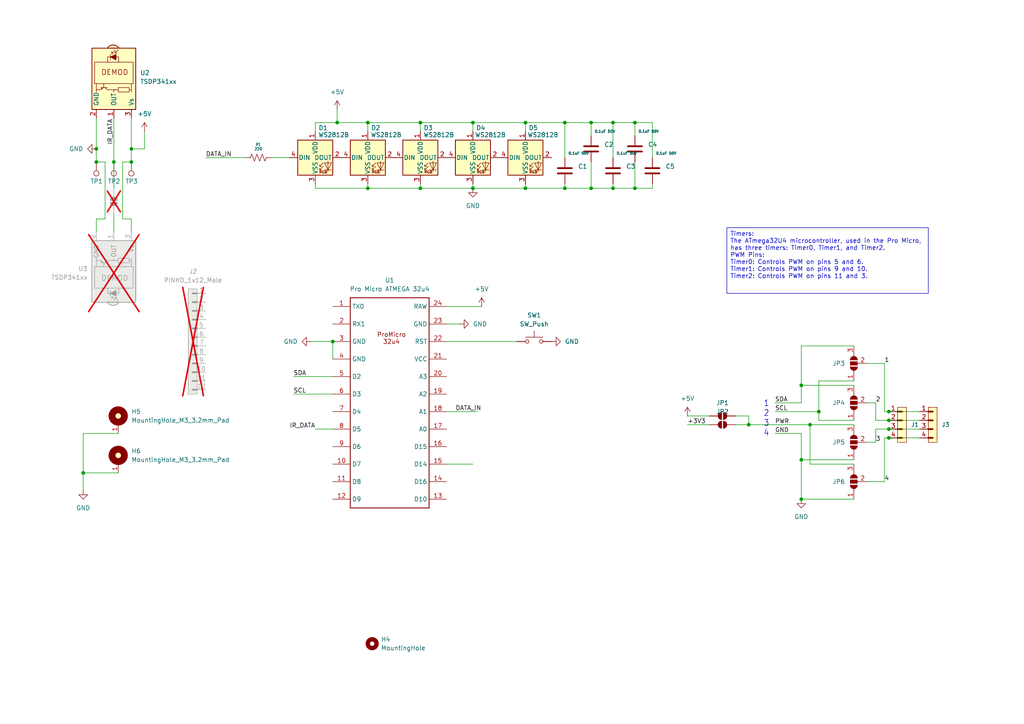
<source format=kicad_sch>
(kicad_sch
	(version 20231120)
	(generator "eeschema")
	(generator_version "8.0")
	(uuid "ae16d84f-6e85-45fd-89b3-00ac96e4c8ab")
	(paper "A4")
	(lib_symbols
		(symbol "Connector:TestPoint"
			(pin_numbers hide)
			(pin_names
				(offset 0.762) hide)
			(exclude_from_sim no)
			(in_bom yes)
			(on_board yes)
			(property "Reference" "TP"
				(at 0 6.858 0)
				(effects
					(font
						(size 1.27 1.27)
					)
				)
			)
			(property "Value" "TestPoint"
				(at 0 5.08 0)
				(effects
					(font
						(size 1.27 1.27)
					)
				)
			)
			(property "Footprint" ""
				(at 5.08 0 0)
				(effects
					(font
						(size 1.27 1.27)
					)
					(hide yes)
				)
			)
			(property "Datasheet" "~"
				(at 5.08 0 0)
				(effects
					(font
						(size 1.27 1.27)
					)
					(hide yes)
				)
			)
			(property "Description" "test point"
				(at 0 0 0)
				(effects
					(font
						(size 1.27 1.27)
					)
					(hide yes)
				)
			)
			(property "ki_keywords" "test point tp"
				(at 0 0 0)
				(effects
					(font
						(size 1.27 1.27)
					)
					(hide yes)
				)
			)
			(property "ki_fp_filters" "Pin* Test*"
				(at 0 0 0)
				(effects
					(font
						(size 1.27 1.27)
					)
					(hide yes)
				)
			)
			(symbol "TestPoint_0_1"
				(circle
					(center 0 3.302)
					(radius 0.762)
					(stroke
						(width 0)
						(type default)
					)
					(fill
						(type none)
					)
				)
			)
			(symbol "TestPoint_1_1"
				(pin passive line
					(at 0 0 90)
					(length 2.54)
					(name "1"
						(effects
							(font
								(size 1.27 1.27)
							)
						)
					)
					(number "1"
						(effects
							(font
								(size 1.27 1.27)
							)
						)
					)
				)
			)
		)
		(symbol "Device:C"
			(pin_numbers hide)
			(pin_names
				(offset 0.254)
			)
			(exclude_from_sim no)
			(in_bom yes)
			(on_board yes)
			(property "Reference" "C"
				(at 0.635 2.54 0)
				(effects
					(font
						(size 1.27 1.27)
					)
					(justify left)
				)
			)
			(property "Value" "C"
				(at 0.635 -2.54 0)
				(effects
					(font
						(size 1.27 1.27)
					)
					(justify left)
				)
			)
			(property "Footprint" ""
				(at 0.9652 -3.81 0)
				(effects
					(font
						(size 1.27 1.27)
					)
					(hide yes)
				)
			)
			(property "Datasheet" "~"
				(at 0 0 0)
				(effects
					(font
						(size 1.27 1.27)
					)
					(hide yes)
				)
			)
			(property "Description" "Unpolarized capacitor"
				(at 0 0 0)
				(effects
					(font
						(size 1.27 1.27)
					)
					(hide yes)
				)
			)
			(property "ki_keywords" "cap capacitor"
				(at 0 0 0)
				(effects
					(font
						(size 1.27 1.27)
					)
					(hide yes)
				)
			)
			(property "ki_fp_filters" "C_*"
				(at 0 0 0)
				(effects
					(font
						(size 1.27 1.27)
					)
					(hide yes)
				)
			)
			(symbol "C_0_1"
				(polyline
					(pts
						(xy -2.032 -0.762) (xy 2.032 -0.762)
					)
					(stroke
						(width 0.508)
						(type default)
					)
					(fill
						(type none)
					)
				)
				(polyline
					(pts
						(xy -2.032 0.762) (xy 2.032 0.762)
					)
					(stroke
						(width 0.508)
						(type default)
					)
					(fill
						(type none)
					)
				)
			)
			(symbol "C_1_1"
				(pin passive line
					(at 0 3.81 270)
					(length 2.794)
					(name "~"
						(effects
							(font
								(size 1.27 1.27)
							)
						)
					)
					(number "1"
						(effects
							(font
								(size 1.27 1.27)
							)
						)
					)
				)
				(pin passive line
					(at 0 -3.81 90)
					(length 2.794)
					(name "~"
						(effects
							(font
								(size 1.27 1.27)
							)
						)
					)
					(number "2"
						(effects
							(font
								(size 1.27 1.27)
							)
						)
					)
				)
			)
		)
		(symbol "Device:R_US"
			(pin_numbers hide)
			(pin_names
				(offset 0)
			)
			(exclude_from_sim no)
			(in_bom yes)
			(on_board yes)
			(property "Reference" "R"
				(at 2.54 0 90)
				(effects
					(font
						(size 1.27 1.27)
					)
				)
			)
			(property "Value" "R_US"
				(at -2.54 0 90)
				(effects
					(font
						(size 1.27 1.27)
					)
				)
			)
			(property "Footprint" ""
				(at 1.016 -0.254 90)
				(effects
					(font
						(size 1.27 1.27)
					)
					(hide yes)
				)
			)
			(property "Datasheet" "~"
				(at 0 0 0)
				(effects
					(font
						(size 1.27 1.27)
					)
					(hide yes)
				)
			)
			(property "Description" "Resistor, US symbol"
				(at 0 0 0)
				(effects
					(font
						(size 1.27 1.27)
					)
					(hide yes)
				)
			)
			(property "ki_keywords" "R res resistor"
				(at 0 0 0)
				(effects
					(font
						(size 1.27 1.27)
					)
					(hide yes)
				)
			)
			(property "ki_fp_filters" "R_*"
				(at 0 0 0)
				(effects
					(font
						(size 1.27 1.27)
					)
					(hide yes)
				)
			)
			(symbol "R_US_0_1"
				(polyline
					(pts
						(xy 0 -2.286) (xy 0 -2.54)
					)
					(stroke
						(width 0)
						(type default)
					)
					(fill
						(type none)
					)
				)
				(polyline
					(pts
						(xy 0 2.286) (xy 0 2.54)
					)
					(stroke
						(width 0)
						(type default)
					)
					(fill
						(type none)
					)
				)
				(polyline
					(pts
						(xy 0 -0.762) (xy 1.016 -1.143) (xy 0 -1.524) (xy -1.016 -1.905) (xy 0 -2.286)
					)
					(stroke
						(width 0)
						(type default)
					)
					(fill
						(type none)
					)
				)
				(polyline
					(pts
						(xy 0 0.762) (xy 1.016 0.381) (xy 0 0) (xy -1.016 -0.381) (xy 0 -0.762)
					)
					(stroke
						(width 0)
						(type default)
					)
					(fill
						(type none)
					)
				)
				(polyline
					(pts
						(xy 0 2.286) (xy 1.016 1.905) (xy 0 1.524) (xy -1.016 1.143) (xy 0 0.762)
					)
					(stroke
						(width 0)
						(type default)
					)
					(fill
						(type none)
					)
				)
			)
			(symbol "R_US_1_1"
				(pin passive line
					(at 0 3.81 270)
					(length 1.27)
					(name "~"
						(effects
							(font
								(size 1.27 1.27)
							)
						)
					)
					(number "1"
						(effects
							(font
								(size 1.27 1.27)
							)
						)
					)
				)
				(pin passive line
					(at 0 -3.81 90)
					(length 1.27)
					(name "~"
						(effects
							(font
								(size 1.27 1.27)
							)
						)
					)
					(number "2"
						(effects
							(font
								(size 1.27 1.27)
							)
						)
					)
				)
			)
		)
		(symbol "Interface_Optical:TSDP341xx"
			(pin_names
				(offset 1.016)
			)
			(exclude_from_sim no)
			(in_bom yes)
			(on_board yes)
			(property "Reference" "U"
				(at -10.16 7.62 0)
				(effects
					(font
						(size 1.27 1.27)
					)
					(justify left)
				)
			)
			(property "Value" "TSDP341xx"
				(at -10.16 -7.62 0)
				(effects
					(font
						(size 1.27 1.27)
					)
					(justify left)
				)
			)
			(property "Footprint" "OptoDevice:Vishay_MOLD-3Pin"
				(at -1.27 -9.525 0)
				(effects
					(font
						(size 1.27 1.27)
					)
					(hide yes)
				)
			)
			(property "Datasheet" "http://www.vishay.com/docs/82667/tsdp341.pdf"
				(at 16.51 7.62 0)
				(effects
					(font
						(size 1.27 1.27)
					)
					(hide yes)
				)
			)
			(property "Description" "IR Receiver Modules for Data Transmission"
				(at 0 0 0)
				(effects
					(font
						(size 1.27 1.27)
					)
					(hide yes)
				)
			)
			(property "ki_keywords" "opto IR receiver"
				(at 0 0 0)
				(effects
					(font
						(size 1.27 1.27)
					)
					(hide yes)
				)
			)
			(property "ki_fp_filters" "Vishay*MOLD*"
				(at 0 0 0)
				(effects
					(font
						(size 1.27 1.27)
					)
					(hide yes)
				)
			)
			(symbol "TSDP341xx_0_0"
				(arc
					(start -10.287 1.397)
					(mid -11.0899 -0.1852)
					(end -10.287 -1.778)
					(stroke
						(width 0.254)
						(type default)
					)
					(fill
						(type background)
					)
				)
				(polyline
					(pts
						(xy 1.905 -5.08) (xy 0.127 -5.08)
					)
					(stroke
						(width 0)
						(type default)
					)
					(fill
						(type none)
					)
				)
				(polyline
					(pts
						(xy 1.905 5.08) (xy 0.127 5.08)
					)
					(stroke
						(width 0)
						(type default)
					)
					(fill
						(type none)
					)
				)
				(text "DEMOD"
					(at -3.175 0.254 900)
					(effects
						(font
							(size 1.524 1.524)
						)
					)
				)
			)
			(symbol "TSDP341xx_0_1"
				(rectangle
					(start -6.096 5.588)
					(end 0.127 -5.588)
					(stroke
						(width 0)
						(type default)
					)
					(fill
						(type none)
					)
				)
				(polyline
					(pts
						(xy -8.763 0.381) (xy -9.652 1.27)
					)
					(stroke
						(width 0)
						(type default)
					)
					(fill
						(type none)
					)
				)
				(polyline
					(pts
						(xy -8.763 0.381) (xy -9.271 0.381)
					)
					(stroke
						(width 0)
						(type default)
					)
					(fill
						(type none)
					)
				)
				(polyline
					(pts
						(xy -8.763 0.381) (xy -8.763 0.889)
					)
					(stroke
						(width 0)
						(type default)
					)
					(fill
						(type none)
					)
				)
				(polyline
					(pts
						(xy -8.636 -0.635) (xy -9.525 0.254)
					)
					(stroke
						(width 0)
						(type default)
					)
					(fill
						(type none)
					)
				)
				(polyline
					(pts
						(xy -8.636 -0.635) (xy -9.144 -0.635)
					)
					(stroke
						(width 0)
						(type default)
					)
					(fill
						(type none)
					)
				)
				(polyline
					(pts
						(xy -8.636 -0.635) (xy -8.636 -0.127)
					)
					(stroke
						(width 0)
						(type default)
					)
					(fill
						(type none)
					)
				)
				(polyline
					(pts
						(xy -8.382 -1.016) (xy -6.731 -1.016)
					)
					(stroke
						(width 0)
						(type default)
					)
					(fill
						(type none)
					)
				)
				(polyline
					(pts
						(xy 1.27 -2.921) (xy 0.127 -2.921)
					)
					(stroke
						(width 0)
						(type default)
					)
					(fill
						(type none)
					)
				)
				(polyline
					(pts
						(xy 1.27 -1.905) (xy 1.27 -3.81)
					)
					(stroke
						(width 0)
						(type default)
					)
					(fill
						(type none)
					)
				)
				(polyline
					(pts
						(xy 1.397 -3.556) (xy 1.524 -3.556)
					)
					(stroke
						(width 0)
						(type default)
					)
					(fill
						(type none)
					)
				)
				(polyline
					(pts
						(xy 1.651 -3.556) (xy 1.524 -3.556)
					)
					(stroke
						(width 0)
						(type default)
					)
					(fill
						(type none)
					)
				)
				(polyline
					(pts
						(xy 1.651 -3.556) (xy 1.651 -3.302)
					)
					(stroke
						(width 0)
						(type default)
					)
					(fill
						(type none)
					)
				)
				(polyline
					(pts
						(xy 1.905 0) (xy 1.905 1.27)
					)
					(stroke
						(width 0)
						(type default)
					)
					(fill
						(type none)
					)
				)
				(polyline
					(pts
						(xy 1.905 4.445) (xy 1.905 5.08) (xy 2.54 5.08)
					)
					(stroke
						(width 0)
						(type default)
					)
					(fill
						(type none)
					)
				)
				(polyline
					(pts
						(xy -8.382 0.635) (xy -6.731 0.635) (xy -7.62 -1.016) (xy -8.382 0.635)
					)
					(stroke
						(width 0)
						(type default)
					)
					(fill
						(type outline)
					)
				)
				(polyline
					(pts
						(xy -6.096 1.397) (xy -7.62 1.397) (xy -7.62 -1.778) (xy -6.096 -1.778)
					)
					(stroke
						(width 0)
						(type default)
					)
					(fill
						(type none)
					)
				)
				(polyline
					(pts
						(xy 1.27 -3.175) (xy 1.905 -3.81) (xy 1.905 -5.08) (xy 2.54 -5.08)
					)
					(stroke
						(width 0)
						(type default)
					)
					(fill
						(type none)
					)
				)
				(polyline
					(pts
						(xy 1.27 -2.54) (xy 1.905 -1.905) (xy 1.905 0) (xy 2.54 0)
					)
					(stroke
						(width 0)
						(type default)
					)
					(fill
						(type none)
					)
				)
				(rectangle
					(start 2.54 1.27)
					(end 1.27 4.445)
					(stroke
						(width 0)
						(type default)
					)
					(fill
						(type none)
					)
				)
				(rectangle
					(start 7.62 6.35)
					(end -10.16 -6.35)
					(stroke
						(width 0.254)
						(type default)
					)
					(fill
						(type background)
					)
				)
			)
			(symbol "TSDP341xx_1_1"
				(pin output line
					(at 10.16 0 180)
					(length 2.54)
					(name "OUT"
						(effects
							(font
								(size 1.27 1.27)
							)
						)
					)
					(number "1"
						(effects
							(font
								(size 1.27 1.27)
							)
						)
					)
				)
				(pin power_in line
					(at 10.16 -5.08 180)
					(length 2.54)
					(name "GND"
						(effects
							(font
								(size 1.27 1.27)
							)
						)
					)
					(number "2"
						(effects
							(font
								(size 1.27 1.27)
							)
						)
					)
				)
				(pin power_in line
					(at 10.16 5.08 180)
					(length 2.54)
					(name "Vs"
						(effects
							(font
								(size 1.27 1.27)
							)
						)
					)
					(number "3"
						(effects
							(font
								(size 1.27 1.27)
							)
						)
					)
				)
			)
		)
		(symbol "Jumper:SolderJumper_2_Open"
			(pin_numbers hide)
			(pin_names
				(offset 0) hide)
			(exclude_from_sim yes)
			(in_bom no)
			(on_board yes)
			(property "Reference" "JP"
				(at 0 2.032 0)
				(effects
					(font
						(size 1.27 1.27)
					)
				)
			)
			(property "Value" "SolderJumper_2_Open"
				(at 0 -2.54 0)
				(effects
					(font
						(size 1.27 1.27)
					)
				)
			)
			(property "Footprint" ""
				(at 0 0 0)
				(effects
					(font
						(size 1.27 1.27)
					)
					(hide yes)
				)
			)
			(property "Datasheet" "~"
				(at 0 0 0)
				(effects
					(font
						(size 1.27 1.27)
					)
					(hide yes)
				)
			)
			(property "Description" "Solder Jumper, 2-pole, open"
				(at 0 0 0)
				(effects
					(font
						(size 1.27 1.27)
					)
					(hide yes)
				)
			)
			(property "ki_keywords" "solder jumper SPST"
				(at 0 0 0)
				(effects
					(font
						(size 1.27 1.27)
					)
					(hide yes)
				)
			)
			(property "ki_fp_filters" "SolderJumper*Open*"
				(at 0 0 0)
				(effects
					(font
						(size 1.27 1.27)
					)
					(hide yes)
				)
			)
			(symbol "SolderJumper_2_Open_0_1"
				(arc
					(start -0.254 1.016)
					(mid -1.2656 0)
					(end -0.254 -1.016)
					(stroke
						(width 0)
						(type default)
					)
					(fill
						(type none)
					)
				)
				(arc
					(start -0.254 1.016)
					(mid -1.2656 0)
					(end -0.254 -1.016)
					(stroke
						(width 0)
						(type default)
					)
					(fill
						(type outline)
					)
				)
				(polyline
					(pts
						(xy -0.254 1.016) (xy -0.254 -1.016)
					)
					(stroke
						(width 0)
						(type default)
					)
					(fill
						(type none)
					)
				)
				(polyline
					(pts
						(xy 0.254 1.016) (xy 0.254 -1.016)
					)
					(stroke
						(width 0)
						(type default)
					)
					(fill
						(type none)
					)
				)
				(arc
					(start 0.254 -1.016)
					(mid 1.2656 0)
					(end 0.254 1.016)
					(stroke
						(width 0)
						(type default)
					)
					(fill
						(type none)
					)
				)
				(arc
					(start 0.254 -1.016)
					(mid 1.2656 0)
					(end 0.254 1.016)
					(stroke
						(width 0)
						(type default)
					)
					(fill
						(type outline)
					)
				)
			)
			(symbol "SolderJumper_2_Open_1_1"
				(pin passive line
					(at -3.81 0 0)
					(length 2.54)
					(name "A"
						(effects
							(font
								(size 1.27 1.27)
							)
						)
					)
					(number "1"
						(effects
							(font
								(size 1.27 1.27)
							)
						)
					)
				)
				(pin passive line
					(at 3.81 0 180)
					(length 2.54)
					(name "B"
						(effects
							(font
								(size 1.27 1.27)
							)
						)
					)
					(number "2"
						(effects
							(font
								(size 1.27 1.27)
							)
						)
					)
				)
			)
		)
		(symbol "Jumper:SolderJumper_3_Open"
			(pin_names
				(offset 0) hide)
			(exclude_from_sim yes)
			(in_bom no)
			(on_board yes)
			(property "Reference" "JP"
				(at -2.54 -2.54 0)
				(effects
					(font
						(size 1.27 1.27)
					)
				)
			)
			(property "Value" "SolderJumper_3_Open"
				(at 0 2.794 0)
				(effects
					(font
						(size 1.27 1.27)
					)
				)
			)
			(property "Footprint" ""
				(at 0 0 0)
				(effects
					(font
						(size 1.27 1.27)
					)
					(hide yes)
				)
			)
			(property "Datasheet" "~"
				(at 0 0 0)
				(effects
					(font
						(size 1.27 1.27)
					)
					(hide yes)
				)
			)
			(property "Description" "Solder Jumper, 3-pole, open"
				(at 0 0 0)
				(effects
					(font
						(size 1.27 1.27)
					)
					(hide yes)
				)
			)
			(property "ki_keywords" "Solder Jumper SPDT"
				(at 0 0 0)
				(effects
					(font
						(size 1.27 1.27)
					)
					(hide yes)
				)
			)
			(property "ki_fp_filters" "SolderJumper*Open*"
				(at 0 0 0)
				(effects
					(font
						(size 1.27 1.27)
					)
					(hide yes)
				)
			)
			(symbol "SolderJumper_3_Open_0_1"
				(arc
					(start -1.016 1.016)
					(mid -2.0276 0)
					(end -1.016 -1.016)
					(stroke
						(width 0)
						(type default)
					)
					(fill
						(type none)
					)
				)
				(arc
					(start -1.016 1.016)
					(mid -2.0276 0)
					(end -1.016 -1.016)
					(stroke
						(width 0)
						(type default)
					)
					(fill
						(type outline)
					)
				)
				(rectangle
					(start -0.508 1.016)
					(end 0.508 -1.016)
					(stroke
						(width 0)
						(type default)
					)
					(fill
						(type outline)
					)
				)
				(polyline
					(pts
						(xy -2.54 0) (xy -2.032 0)
					)
					(stroke
						(width 0)
						(type default)
					)
					(fill
						(type none)
					)
				)
				(polyline
					(pts
						(xy -1.016 1.016) (xy -1.016 -1.016)
					)
					(stroke
						(width 0)
						(type default)
					)
					(fill
						(type none)
					)
				)
				(polyline
					(pts
						(xy 0 -1.27) (xy 0 -1.016)
					)
					(stroke
						(width 0)
						(type default)
					)
					(fill
						(type none)
					)
				)
				(polyline
					(pts
						(xy 1.016 1.016) (xy 1.016 -1.016)
					)
					(stroke
						(width 0)
						(type default)
					)
					(fill
						(type none)
					)
				)
				(polyline
					(pts
						(xy 2.54 0) (xy 2.032 0)
					)
					(stroke
						(width 0)
						(type default)
					)
					(fill
						(type none)
					)
				)
				(arc
					(start 1.016 -1.016)
					(mid 2.0276 0)
					(end 1.016 1.016)
					(stroke
						(width 0)
						(type default)
					)
					(fill
						(type none)
					)
				)
				(arc
					(start 1.016 -1.016)
					(mid 2.0276 0)
					(end 1.016 1.016)
					(stroke
						(width 0)
						(type default)
					)
					(fill
						(type outline)
					)
				)
			)
			(symbol "SolderJumper_3_Open_1_1"
				(pin passive line
					(at -5.08 0 0)
					(length 2.54)
					(name "A"
						(effects
							(font
								(size 1.27 1.27)
							)
						)
					)
					(number "1"
						(effects
							(font
								(size 1.27 1.27)
							)
						)
					)
				)
				(pin passive line
					(at 0 -3.81 90)
					(length 2.54)
					(name "C"
						(effects
							(font
								(size 1.27 1.27)
							)
						)
					)
					(number "2"
						(effects
							(font
								(size 1.27 1.27)
							)
						)
					)
				)
				(pin passive line
					(at 5.08 0 180)
					(length 2.54)
					(name "B"
						(effects
							(font
								(size 1.27 1.27)
							)
						)
					)
					(number "3"
						(effects
							(font
								(size 1.27 1.27)
							)
						)
					)
				)
			)
		)
		(symbol "LED:WS2812B"
			(pin_names
				(offset 0.254)
			)
			(exclude_from_sim no)
			(in_bom yes)
			(on_board yes)
			(property "Reference" "D"
				(at 5.08 5.715 0)
				(effects
					(font
						(size 1.27 1.27)
					)
					(justify right bottom)
				)
			)
			(property "Value" "WS2812B"
				(at 1.27 -5.715 0)
				(effects
					(font
						(size 1.27 1.27)
					)
					(justify left top)
				)
			)
			(property "Footprint" "LED_SMD:LED_WS2812B_PLCC4_5.0x5.0mm_P3.2mm"
				(at 1.27 -7.62 0)
				(effects
					(font
						(size 1.27 1.27)
					)
					(justify left top)
					(hide yes)
				)
			)
			(property "Datasheet" "https://cdn-shop.adafruit.com/datasheets/WS2812B.pdf"
				(at 2.54 -9.525 0)
				(effects
					(font
						(size 1.27 1.27)
					)
					(justify left top)
					(hide yes)
				)
			)
			(property "Description" "RGB LED with integrated controller"
				(at 0 0 0)
				(effects
					(font
						(size 1.27 1.27)
					)
					(hide yes)
				)
			)
			(property "ki_keywords" "RGB LED NeoPixel addressable"
				(at 0 0 0)
				(effects
					(font
						(size 1.27 1.27)
					)
					(hide yes)
				)
			)
			(property "ki_fp_filters" "LED*WS2812*PLCC*5.0x5.0mm*P3.2mm*"
				(at 0 0 0)
				(effects
					(font
						(size 1.27 1.27)
					)
					(hide yes)
				)
			)
			(symbol "WS2812B_0_0"
				(text "RGB"
					(at 2.286 -4.191 0)
					(effects
						(font
							(size 0.762 0.762)
						)
					)
				)
			)
			(symbol "WS2812B_0_1"
				(polyline
					(pts
						(xy 1.27 -3.556) (xy 1.778 -3.556)
					)
					(stroke
						(width 0)
						(type default)
					)
					(fill
						(type none)
					)
				)
				(polyline
					(pts
						(xy 1.27 -2.54) (xy 1.778 -2.54)
					)
					(stroke
						(width 0)
						(type default)
					)
					(fill
						(type none)
					)
				)
				(polyline
					(pts
						(xy 4.699 -3.556) (xy 2.667 -3.556)
					)
					(stroke
						(width 0)
						(type default)
					)
					(fill
						(type none)
					)
				)
				(polyline
					(pts
						(xy 2.286 -2.54) (xy 1.27 -3.556) (xy 1.27 -3.048)
					)
					(stroke
						(width 0)
						(type default)
					)
					(fill
						(type none)
					)
				)
				(polyline
					(pts
						(xy 2.286 -1.524) (xy 1.27 -2.54) (xy 1.27 -2.032)
					)
					(stroke
						(width 0)
						(type default)
					)
					(fill
						(type none)
					)
				)
				(polyline
					(pts
						(xy 3.683 -1.016) (xy 3.683 -3.556) (xy 3.683 -4.064)
					)
					(stroke
						(width 0)
						(type default)
					)
					(fill
						(type none)
					)
				)
				(polyline
					(pts
						(xy 4.699 -1.524) (xy 2.667 -1.524) (xy 3.683 -3.556) (xy 4.699 -1.524)
					)
					(stroke
						(width 0)
						(type default)
					)
					(fill
						(type none)
					)
				)
				(rectangle
					(start 5.08 5.08)
					(end -5.08 -5.08)
					(stroke
						(width 0.254)
						(type default)
					)
					(fill
						(type background)
					)
				)
			)
			(symbol "WS2812B_1_1"
				(pin power_in line
					(at 0 7.62 270)
					(length 2.54)
					(name "VDD"
						(effects
							(font
								(size 1.27 1.27)
							)
						)
					)
					(number "1"
						(effects
							(font
								(size 1.27 1.27)
							)
						)
					)
				)
				(pin output line
					(at 7.62 0 180)
					(length 2.54)
					(name "DOUT"
						(effects
							(font
								(size 1.27 1.27)
							)
						)
					)
					(number "2"
						(effects
							(font
								(size 1.27 1.27)
							)
						)
					)
				)
				(pin power_in line
					(at 0 -7.62 90)
					(length 2.54)
					(name "VSS"
						(effects
							(font
								(size 1.27 1.27)
							)
						)
					)
					(number "3"
						(effects
							(font
								(size 1.27 1.27)
							)
						)
					)
				)
				(pin input line
					(at -7.62 0 0)
					(length 2.54)
					(name "DIN"
						(effects
							(font
								(size 1.27 1.27)
							)
						)
					)
					(number "4"
						(effects
							(font
								(size 1.27 1.27)
							)
						)
					)
				)
			)
		)
		(symbol "Mechanical:MountingHole"
			(pin_names
				(offset 1.016)
			)
			(exclude_from_sim yes)
			(in_bom no)
			(on_board yes)
			(property "Reference" "H"
				(at 0 5.08 0)
				(effects
					(font
						(size 1.27 1.27)
					)
				)
			)
			(property "Value" "MountingHole"
				(at 0 3.175 0)
				(effects
					(font
						(size 1.27 1.27)
					)
				)
			)
			(property "Footprint" ""
				(at 0 0 0)
				(effects
					(font
						(size 1.27 1.27)
					)
					(hide yes)
				)
			)
			(property "Datasheet" "~"
				(at 0 0 0)
				(effects
					(font
						(size 1.27 1.27)
					)
					(hide yes)
				)
			)
			(property "Description" "Mounting Hole without connection"
				(at 0 0 0)
				(effects
					(font
						(size 1.27 1.27)
					)
					(hide yes)
				)
			)
			(property "ki_keywords" "mounting hole"
				(at 0 0 0)
				(effects
					(font
						(size 1.27 1.27)
					)
					(hide yes)
				)
			)
			(property "ki_fp_filters" "MountingHole*"
				(at 0 0 0)
				(effects
					(font
						(size 1.27 1.27)
					)
					(hide yes)
				)
			)
			(symbol "MountingHole_0_1"
				(circle
					(center 0 0)
					(radius 1.27)
					(stroke
						(width 1.27)
						(type default)
					)
					(fill
						(type none)
					)
				)
			)
		)
		(symbol "PCM_SL_Mechanical:MountingHole_M3_3.2mm_Pad"
			(exclude_from_sim no)
			(in_bom yes)
			(on_board yes)
			(property "Reference" "H"
				(at 0 7.62 0)
				(effects
					(font
						(size 1.27 1.27)
					)
				)
			)
			(property "Value" "MountingHole_M3_3.2mm_Pad"
				(at 0 5.08 0)
				(effects
					(font
						(size 1.27 1.27)
					)
				)
			)
			(property "Footprint" "PCM_SL_Mechanical:MountingHole_3.2mm_Pad"
				(at 0 -3.81 0)
				(effects
					(font
						(size 1.27 1.27)
					)
					(hide yes)
				)
			)
			(property "Datasheet" ""
				(at 0 0 0)
				(effects
					(font
						(size 1.27 1.27)
					)
					(hide yes)
				)
			)
			(property "Description" "3.2mm Diameter Mounting Hole Pad (M3)"
				(at 0 0 0)
				(effects
					(font
						(size 1.27 1.27)
					)
					(hide yes)
				)
			)
			(property "ki_keywords" "Mounting Hole"
				(at 0 0 0)
				(effects
					(font
						(size 1.27 1.27)
					)
					(hide yes)
				)
			)
			(symbol "MountingHole_M3_3.2mm_Pad_0_1"
				(circle
					(center 0 0)
					(radius 1.27)
					(stroke
						(width 0)
						(type default)
					)
					(fill
						(type background)
					)
				)
				(circle
					(center 0 0)
					(radius 1.7961)
					(stroke
						(width 2)
						(type default)
					)
					(fill
						(type none)
					)
				)
			)
			(symbol "MountingHole_M3_3.2mm_Pad_1_1"
				(pin passive line
					(at 0 -5.08 90)
					(length 2.54)
					(name ""
						(effects
							(font
								(size 1.27 1.27)
							)
						)
					)
					(number "1"
						(effects
							(font
								(size 1.27 1.27)
							)
						)
					)
				)
			)
		)
		(symbol "PCM_SL_Pin_Headers:PINHD_1x12_Male"
			(exclude_from_sim no)
			(in_bom yes)
			(on_board yes)
			(property "Reference" "J"
				(at 0 19.05 0)
				(effects
					(font
						(size 1.27 1.27)
					)
				)
			)
			(property "Value" "PINHD_1x12_Male"
				(at 0 16.51 0)
				(effects
					(font
						(size 1.27 1.27)
					)
				)
			)
			(property "Footprint" "Connector_PinHeader_2.54mm:PinHeader_1x12_P2.54mm_Vertical"
				(at -1.27 21.59 0)
				(effects
					(font
						(size 1.27 1.27)
					)
					(hide yes)
				)
			)
			(property "Datasheet" ""
				(at 0 20.32 0)
				(effects
					(font
						(size 1.27 1.27)
					)
					(hide yes)
				)
			)
			(property "Description" "Pin Header male with pin space 2.54mm. Pin Count -12"
				(at 0 0 0)
				(effects
					(font
						(size 1.27 1.27)
					)
					(hide yes)
				)
			)
			(property "ki_keywords" "Pin Header"
				(at 0 0 0)
				(effects
					(font
						(size 1.27 1.27)
					)
					(hide yes)
				)
			)
			(property "ki_fp_filters" "PinHeader_1x12_P2.54mm*"
				(at 0 0 0)
				(effects
					(font
						(size 1.27 1.27)
					)
					(hide yes)
				)
			)
			(symbol "PINHD_1x12_Male_0_1"
				(rectangle
					(start -1.27 15.24)
					(end 1.27 -15.24)
					(stroke
						(width 0)
						(type default)
					)
					(fill
						(type background)
					)
				)
				(polyline
					(pts
						(xy -1.27 -13.97) (xy 0 -13.97)
					)
					(stroke
						(width 0.5)
						(type default)
					)
					(fill
						(type none)
					)
				)
				(polyline
					(pts
						(xy -1.27 -11.43) (xy 0 -11.43)
					)
					(stroke
						(width 0.5)
						(type default)
					)
					(fill
						(type none)
					)
				)
				(polyline
					(pts
						(xy -1.27 -8.89) (xy 0 -8.89)
					)
					(stroke
						(width 0.3)
						(type default)
					)
					(fill
						(type none)
					)
				)
				(polyline
					(pts
						(xy -1.27 -8.89) (xy 0 -8.89)
					)
					(stroke
						(width 0.5)
						(type default)
					)
					(fill
						(type none)
					)
				)
				(polyline
					(pts
						(xy -1.27 -6.35) (xy 0 -6.35)
					)
					(stroke
						(width 0.3)
						(type default)
					)
					(fill
						(type none)
					)
				)
				(polyline
					(pts
						(xy -1.27 -6.35) (xy 0 -6.35)
					)
					(stroke
						(width 0.5)
						(type default)
					)
					(fill
						(type none)
					)
				)
				(polyline
					(pts
						(xy -1.27 -3.81) (xy 0 -3.81)
					)
					(stroke
						(width 0.3)
						(type default)
					)
					(fill
						(type none)
					)
				)
				(polyline
					(pts
						(xy -1.27 -3.81) (xy 0 -3.81)
					)
					(stroke
						(width 0.5)
						(type default)
					)
					(fill
						(type none)
					)
				)
				(polyline
					(pts
						(xy -1.27 -1.27) (xy 0 -1.27)
					)
					(stroke
						(width 0.3)
						(type default)
					)
					(fill
						(type none)
					)
				)
				(polyline
					(pts
						(xy -1.27 -1.27) (xy 0 -1.27)
					)
					(stroke
						(width 0.5)
						(type default)
					)
					(fill
						(type none)
					)
				)
				(polyline
					(pts
						(xy -1.27 1.27) (xy 0 1.27)
					)
					(stroke
						(width 0.3)
						(type default)
					)
					(fill
						(type none)
					)
				)
				(polyline
					(pts
						(xy -1.27 1.27) (xy 0 1.27)
					)
					(stroke
						(width 0.5)
						(type default)
					)
					(fill
						(type none)
					)
				)
				(polyline
					(pts
						(xy -1.27 3.81) (xy 0 3.81)
					)
					(stroke
						(width 0.3)
						(type default)
					)
					(fill
						(type none)
					)
				)
				(polyline
					(pts
						(xy -1.27 3.81) (xy 0 3.81)
					)
					(stroke
						(width 0.5)
						(type default)
					)
					(fill
						(type none)
					)
				)
				(polyline
					(pts
						(xy -1.27 6.35) (xy 0 6.35)
					)
					(stroke
						(width 0.3)
						(type default)
					)
					(fill
						(type none)
					)
				)
				(polyline
					(pts
						(xy -1.27 6.35) (xy 0 6.35)
					)
					(stroke
						(width 0.5)
						(type default)
					)
					(fill
						(type none)
					)
				)
				(polyline
					(pts
						(xy -1.27 8.89) (xy 0 8.89)
					)
					(stroke
						(width 0.3)
						(type default)
					)
					(fill
						(type none)
					)
				)
				(polyline
					(pts
						(xy -1.27 8.89) (xy 0 8.89)
					)
					(stroke
						(width 0.5)
						(type default)
					)
					(fill
						(type none)
					)
				)
				(polyline
					(pts
						(xy -1.27 11.43) (xy 0 11.43)
					)
					(stroke
						(width 0.3)
						(type default)
					)
					(fill
						(type none)
					)
				)
				(polyline
					(pts
						(xy -1.27 11.43) (xy 0 11.43)
					)
					(stroke
						(width 0.5)
						(type default)
					)
					(fill
						(type none)
					)
				)
				(polyline
					(pts
						(xy -1.27 13.97) (xy 0 13.97)
					)
					(stroke
						(width 0.5)
						(type default)
					)
					(fill
						(type none)
					)
				)
			)
			(symbol "PINHD_1x12_Male_1_1"
				(pin passive line
					(at -3.81 13.97 0)
					(length 2.54)
					(name ""
						(effects
							(font
								(size 1.27 1.27)
							)
						)
					)
					(number "1"
						(effects
							(font
								(size 1.27 1.27)
							)
						)
					)
				)
				(pin passive line
					(at -3.81 -8.89 0)
					(length 2.54)
					(name ""
						(effects
							(font
								(size 1.27 1.27)
							)
						)
					)
					(number "10"
						(effects
							(font
								(size 1.27 1.27)
							)
						)
					)
				)
				(pin passive line
					(at -3.81 -11.43 0)
					(length 2.54)
					(name ""
						(effects
							(font
								(size 1.27 1.27)
							)
						)
					)
					(number "11"
						(effects
							(font
								(size 1.27 1.27)
							)
						)
					)
				)
				(pin passive line
					(at -3.81 -13.97 0)
					(length 2.54)
					(name ""
						(effects
							(font
								(size 1.27 1.27)
							)
						)
					)
					(number "12"
						(effects
							(font
								(size 1.27 1.27)
							)
						)
					)
				)
				(pin passive line
					(at -3.81 11.43 0)
					(length 2.54)
					(name ""
						(effects
							(font
								(size 1.27 1.27)
							)
						)
					)
					(number "2"
						(effects
							(font
								(size 1.27 1.27)
							)
						)
					)
				)
				(pin passive line
					(at -3.81 8.89 0)
					(length 2.54)
					(name ""
						(effects
							(font
								(size 1.27 1.27)
							)
						)
					)
					(number "3"
						(effects
							(font
								(size 1.27 1.27)
							)
						)
					)
				)
				(pin passive line
					(at -3.81 6.35 0)
					(length 2.54)
					(name ""
						(effects
							(font
								(size 1.27 1.27)
							)
						)
					)
					(number "4"
						(effects
							(font
								(size 1.27 1.27)
							)
						)
					)
				)
				(pin passive line
					(at -3.81 3.81 0)
					(length 2.54)
					(name ""
						(effects
							(font
								(size 1.27 1.27)
							)
						)
					)
					(number "5"
						(effects
							(font
								(size 1.27 1.27)
							)
						)
					)
				)
				(pin passive line
					(at -3.81 1.27 0)
					(length 2.54)
					(name ""
						(effects
							(font
								(size 1.27 1.27)
							)
						)
					)
					(number "6"
						(effects
							(font
								(size 1.27 1.27)
							)
						)
					)
				)
				(pin passive line
					(at -3.81 -1.27 0)
					(length 2.54)
					(name ""
						(effects
							(font
								(size 1.27 1.27)
							)
						)
					)
					(number "7"
						(effects
							(font
								(size 1.27 1.27)
							)
						)
					)
				)
				(pin passive line
					(at -3.81 -3.81 0)
					(length 2.54)
					(name ""
						(effects
							(font
								(size 1.27 1.27)
							)
						)
					)
					(number "8"
						(effects
							(font
								(size 1.27 1.27)
							)
						)
					)
				)
				(pin passive line
					(at -3.81 -6.35 0)
					(length 2.54)
					(name ""
						(effects
							(font
								(size 1.27 1.27)
							)
						)
					)
					(number "9"
						(effects
							(font
								(size 1.27 1.27)
							)
						)
					)
				)
			)
		)
		(symbol "PCM_SL_Pin_Headers:PINHD_1x4_Male"
			(exclude_from_sim no)
			(in_bom yes)
			(on_board yes)
			(property "Reference" "J"
				(at 0 8.89 0)
				(effects
					(font
						(size 1.27 1.27)
					)
				)
			)
			(property "Value" "PINHD_1x4_Male"
				(at 0 6.35 0)
				(effects
					(font
						(size 1.27 1.27)
					)
				)
			)
			(property "Footprint" "Connector_PinHeader_2.54mm:PinHeader_1x04_P2.54mm_Vertical"
				(at -1.27 11.43 0)
				(effects
					(font
						(size 1.27 1.27)
					)
					(hide yes)
				)
			)
			(property "Datasheet" ""
				(at 0 10.16 0)
				(effects
					(font
						(size 1.27 1.27)
					)
					(hide yes)
				)
			)
			(property "Description" "Pin Header male with pin space 2.54mm. Pin Count -4"
				(at 0 0 0)
				(effects
					(font
						(size 1.27 1.27)
					)
					(hide yes)
				)
			)
			(property "ki_keywords" "Pin Header"
				(at 0 0 0)
				(effects
					(font
						(size 1.27 1.27)
					)
					(hide yes)
				)
			)
			(property "ki_fp_filters" "PinHeader_1x04_P2.54mm*"
				(at 0 0 0)
				(effects
					(font
						(size 1.27 1.27)
					)
					(hide yes)
				)
			)
			(symbol "PINHD_1x4_Male_0_1"
				(rectangle
					(start -1.27 5.08)
					(end 1.27 -5.08)
					(stroke
						(width 0)
						(type default)
					)
					(fill
						(type background)
					)
				)
				(polyline
					(pts
						(xy -1.27 -3.81) (xy 0 -3.81)
					)
					(stroke
						(width 0.3)
						(type default)
					)
					(fill
						(type none)
					)
				)
				(polyline
					(pts
						(xy -1.27 -3.81) (xy 0 -3.81)
					)
					(stroke
						(width 0.5)
						(type default)
					)
					(fill
						(type none)
					)
				)
				(polyline
					(pts
						(xy -1.27 -1.27) (xy 0 -1.27)
					)
					(stroke
						(width 0.3)
						(type default)
					)
					(fill
						(type none)
					)
				)
				(polyline
					(pts
						(xy -1.27 -1.27) (xy 0 -1.27)
					)
					(stroke
						(width 0.5)
						(type default)
					)
					(fill
						(type none)
					)
				)
				(polyline
					(pts
						(xy -1.27 1.27) (xy 0 1.27)
					)
					(stroke
						(width 0.3)
						(type default)
					)
					(fill
						(type none)
					)
				)
				(polyline
					(pts
						(xy -1.27 1.27) (xy 0 1.27)
					)
					(stroke
						(width 0.5)
						(type default)
					)
					(fill
						(type none)
					)
				)
				(polyline
					(pts
						(xy -1.27 3.81) (xy 0 3.81)
					)
					(stroke
						(width 0.3)
						(type default)
					)
					(fill
						(type none)
					)
				)
				(polyline
					(pts
						(xy -1.27 3.81) (xy 0 3.81)
					)
					(stroke
						(width 0.5)
						(type default)
					)
					(fill
						(type none)
					)
				)
			)
			(symbol "PINHD_1x4_Male_1_1"
				(pin passive line
					(at -3.81 3.81 0)
					(length 2.54)
					(name ""
						(effects
							(font
								(size 1.27 1.27)
							)
						)
					)
					(number "1"
						(effects
							(font
								(size 1.27 1.27)
							)
						)
					)
				)
				(pin passive line
					(at -3.81 1.27 0)
					(length 2.54)
					(name ""
						(effects
							(font
								(size 1.27 1.27)
							)
						)
					)
					(number "2"
						(effects
							(font
								(size 1.27 1.27)
							)
						)
					)
				)
				(pin passive line
					(at -3.81 -1.27 0)
					(length 2.54)
					(name ""
						(effects
							(font
								(size 1.27 1.27)
							)
						)
					)
					(number "3"
						(effects
							(font
								(size 1.27 1.27)
							)
						)
					)
				)
				(pin passive line
					(at -3.81 -3.81 0)
					(length 2.54)
					(name ""
						(effects
							(font
								(size 1.27 1.27)
							)
						)
					)
					(number "4"
						(effects
							(font
								(size 1.27 1.27)
							)
						)
					)
				)
			)
		)
		(symbol "Ryan_Custom_Modules:Arduino_Pro_Micro_32u4"
			(exclude_from_sim no)
			(in_bom yes)
			(on_board yes)
			(property "Reference" "U?"
				(at 0 27.686 0)
				(effects
					(font
						(size 1.27 1.27)
					)
				)
			)
			(property "Value" ""
				(at -2.54 27.94 0)
				(effects
					(font
						(size 1.27 1.27)
					)
				)
			)
			(property "Footprint" ""
				(at -2.54 27.94 0)
				(effects
					(font
						(size 1.27 1.27)
					)
					(hide yes)
				)
			)
			(property "Datasheet" ""
				(at -2.54 27.94 0)
				(effects
					(font
						(size 1.27 1.27)
					)
					(hide yes)
				)
			)
			(property "Description" ""
				(at -2.54 27.94 0)
				(effects
					(font
						(size 1.27 1.27)
					)
					(hide yes)
				)
			)
			(symbol "Arduino_Pro_Micro_32u4_1_0"
				(polyline
					(pts
						(xy -11.43 -27.94) (xy -11.43 33.02)
					)
					(stroke
						(width 0.254)
						(type solid)
					)
					(fill
						(type none)
					)
				)
				(polyline
					(pts
						(xy -11.43 33.02) (xy 11.43 33.02)
					)
					(stroke
						(width 0.254)
						(type solid)
					)
					(fill
						(type none)
					)
				)
				(polyline
					(pts
						(xy 11.43 -27.94) (xy -11.43 -27.94)
					)
					(stroke
						(width 0.254)
						(type solid)
					)
					(fill
						(type none)
					)
				)
				(polyline
					(pts
						(xy 11.43 33.02) (xy 11.43 -27.94)
					)
					(stroke
						(width 0.254)
						(type solid)
					)
					(fill
						(type none)
					)
				)
				(pin passive line
					(at -16.51 30.48 0)
					(length 5.08)
					(name "TX0"
						(effects
							(font
								(size 1.27 1.27)
							)
						)
					)
					(number "1"
						(effects
							(font
								(size 1.27 1.27)
							)
						)
					)
				)
				(pin bidirectional line
					(at -16.51 -15.24 0)
					(length 5.08)
					(name "D7"
						(effects
							(font
								(size 1.27 1.27)
							)
						)
					)
					(number "10"
						(effects
							(font
								(size 1.27 1.27)
							)
						)
					)
				)
				(pin bidirectional line
					(at -16.51 -20.32 0)
					(length 5.08)
					(name "D8"
						(effects
							(font
								(size 1.27 1.27)
							)
						)
					)
					(number "11"
						(effects
							(font
								(size 1.27 1.27)
							)
						)
					)
				)
				(pin bidirectional line
					(at -16.51 -25.4 0)
					(length 5.08)
					(name "D9"
						(effects
							(font
								(size 1.27 1.27)
							)
						)
					)
					(number "12"
						(effects
							(font
								(size 1.27 1.27)
							)
						)
					)
				)
				(pin bidirectional line
					(at 16.51 -25.4 180)
					(length 5.08)
					(name "D10"
						(effects
							(font
								(size 1.27 1.27)
							)
						)
					)
					(number "13"
						(effects
							(font
								(size 1.27 1.27)
							)
						)
					)
				)
				(pin bidirectional line
					(at 16.51 -20.32 180)
					(length 5.08)
					(name "D16"
						(effects
							(font
								(size 1.27 1.27)
							)
						)
					)
					(number "14"
						(effects
							(font
								(size 1.27 1.27)
							)
						)
					)
				)
				(pin bidirectional line
					(at 16.51 -15.24 180)
					(length 5.08)
					(name "D14"
						(effects
							(font
								(size 1.27 1.27)
							)
						)
					)
					(number "15"
						(effects
							(font
								(size 1.27 1.27)
							)
						)
					)
				)
				(pin bidirectional line
					(at 16.51 -10.16 180)
					(length 5.08)
					(name "D15"
						(effects
							(font
								(size 1.27 1.27)
							)
						)
					)
					(number "16"
						(effects
							(font
								(size 1.27 1.27)
							)
						)
					)
				)
				(pin bidirectional line
					(at 16.51 -5.08 180)
					(length 5.08)
					(name "A0"
						(effects
							(font
								(size 1.27 1.27)
							)
						)
					)
					(number "17"
						(effects
							(font
								(size 1.27 1.27)
							)
						)
					)
				)
				(pin bidirectional line
					(at 16.51 0 180)
					(length 5.08)
					(name "A1"
						(effects
							(font
								(size 1.27 1.27)
							)
						)
					)
					(number "18"
						(effects
							(font
								(size 1.27 1.27)
							)
						)
					)
				)
				(pin bidirectional line
					(at 16.51 5.08 180)
					(length 5.08)
					(name "A2"
						(effects
							(font
								(size 1.27 1.27)
							)
						)
					)
					(number "19"
						(effects
							(font
								(size 1.27 1.27)
							)
						)
					)
				)
				(pin passive line
					(at -16.51 25.4 0)
					(length 5.08)
					(name "RX1"
						(effects
							(font
								(size 1.27 1.27)
							)
						)
					)
					(number "2"
						(effects
							(font
								(size 1.27 1.27)
							)
						)
					)
				)
				(pin bidirectional line
					(at 16.51 10.16 180)
					(length 5.08)
					(name "A3"
						(effects
							(font
								(size 1.27 1.27)
							)
						)
					)
					(number "20"
						(effects
							(font
								(size 1.27 1.27)
							)
						)
					)
				)
				(pin power_in line
					(at 16.51 15.24 180)
					(length 5.08)
					(name "VCC"
						(effects
							(font
								(size 1.27 1.27)
							)
						)
					)
					(number "21"
						(effects
							(font
								(size 1.27 1.27)
							)
						)
					)
				)
				(pin passive line
					(at 16.51 20.32 180)
					(length 5.08)
					(name "RST"
						(effects
							(font
								(size 1.27 1.27)
							)
						)
					)
					(number "22"
						(effects
							(font
								(size 1.27 1.27)
							)
						)
					)
				)
				(pin power_in line
					(at 16.51 25.4 180)
					(length 5.08)
					(name "GND"
						(effects
							(font
								(size 1.27 1.27)
							)
						)
					)
					(number "23"
						(effects
							(font
								(size 1.27 1.27)
							)
						)
					)
				)
				(pin power_in line
					(at 16.51 30.48 180)
					(length 5.08)
					(name "RAW"
						(effects
							(font
								(size 1.27 1.27)
							)
						)
					)
					(number "24"
						(effects
							(font
								(size 1.27 1.27)
							)
						)
					)
				)
				(pin power_in line
					(at -16.51 20.32 0)
					(length 5.08)
					(name "GND"
						(effects
							(font
								(size 1.27 1.27)
							)
						)
					)
					(number "3"
						(effects
							(font
								(size 1.27 1.27)
							)
						)
					)
				)
				(pin power_in line
					(at -16.51 15.24 0)
					(length 5.08)
					(name "GND"
						(effects
							(font
								(size 1.27 1.27)
							)
						)
					)
					(number "4"
						(effects
							(font
								(size 1.27 1.27)
							)
						)
					)
				)
				(pin bidirectional line
					(at -16.51 10.16 0)
					(length 5.08)
					(name "D2"
						(effects
							(font
								(size 1.27 1.27)
							)
						)
					)
					(number "5"
						(effects
							(font
								(size 1.27 1.27)
							)
						)
					)
				)
				(pin bidirectional line
					(at -16.51 5.08 0)
					(length 5.08)
					(name "D3"
						(effects
							(font
								(size 1.27 1.27)
							)
						)
					)
					(number "6"
						(effects
							(font
								(size 1.27 1.27)
							)
						)
					)
				)
				(pin bidirectional line
					(at -16.51 0 0)
					(length 5.08)
					(name "D4"
						(effects
							(font
								(size 1.27 1.27)
							)
						)
					)
					(number "7"
						(effects
							(font
								(size 1.27 1.27)
							)
						)
					)
				)
				(pin bidirectional line
					(at -16.51 -5.08 0)
					(length 5.08)
					(name "D5"
						(effects
							(font
								(size 1.27 1.27)
							)
						)
					)
					(number "8"
						(effects
							(font
								(size 1.27 1.27)
							)
						)
					)
				)
				(pin bidirectional line
					(at -16.51 -10.16 0)
					(length 5.08)
					(name "D6"
						(effects
							(font
								(size 1.27 1.27)
							)
						)
					)
					(number "9"
						(effects
							(font
								(size 1.27 1.27)
							)
						)
					)
				)
			)
			(symbol "Arduino_Pro_Micro_32u4_1_1"
				(text "ProMicro\n32u4"
					(at 0.508 21.336 0)
					(effects
						(font
							(size 1.27 1.27)
						)
					)
				)
			)
		)
		(symbol "Switch:SW_Push"
			(pin_numbers hide)
			(pin_names
				(offset 1.016) hide)
			(exclude_from_sim no)
			(in_bom yes)
			(on_board yes)
			(property "Reference" "SW"
				(at 1.27 2.54 0)
				(effects
					(font
						(size 1.27 1.27)
					)
					(justify left)
				)
			)
			(property "Value" "SW_Push"
				(at 0 -1.524 0)
				(effects
					(font
						(size 1.27 1.27)
					)
				)
			)
			(property "Footprint" ""
				(at 0 5.08 0)
				(effects
					(font
						(size 1.27 1.27)
					)
					(hide yes)
				)
			)
			(property "Datasheet" "~"
				(at 0 5.08 0)
				(effects
					(font
						(size 1.27 1.27)
					)
					(hide yes)
				)
			)
			(property "Description" "Push button switch, generic, two pins"
				(at 0 0 0)
				(effects
					(font
						(size 1.27 1.27)
					)
					(hide yes)
				)
			)
			(property "ki_keywords" "switch normally-open pushbutton push-button"
				(at 0 0 0)
				(effects
					(font
						(size 1.27 1.27)
					)
					(hide yes)
				)
			)
			(symbol "SW_Push_0_1"
				(circle
					(center -2.032 0)
					(radius 0.508)
					(stroke
						(width 0)
						(type default)
					)
					(fill
						(type none)
					)
				)
				(polyline
					(pts
						(xy 0 1.27) (xy 0 3.048)
					)
					(stroke
						(width 0)
						(type default)
					)
					(fill
						(type none)
					)
				)
				(polyline
					(pts
						(xy 2.54 1.27) (xy -2.54 1.27)
					)
					(stroke
						(width 0)
						(type default)
					)
					(fill
						(type none)
					)
				)
				(circle
					(center 2.032 0)
					(radius 0.508)
					(stroke
						(width 0)
						(type default)
					)
					(fill
						(type none)
					)
				)
				(pin passive line
					(at -5.08 0 0)
					(length 2.54)
					(name "1"
						(effects
							(font
								(size 1.27 1.27)
							)
						)
					)
					(number "1"
						(effects
							(font
								(size 1.27 1.27)
							)
						)
					)
				)
				(pin passive line
					(at 5.08 0 180)
					(length 2.54)
					(name "2"
						(effects
							(font
								(size 1.27 1.27)
							)
						)
					)
					(number "2"
						(effects
							(font
								(size 1.27 1.27)
							)
						)
					)
				)
			)
		)
		(symbol "power:+5V"
			(power)
			(pin_numbers hide)
			(pin_names
				(offset 0) hide)
			(exclude_from_sim no)
			(in_bom yes)
			(on_board yes)
			(property "Reference" "#PWR"
				(at 0 -3.81 0)
				(effects
					(font
						(size 1.27 1.27)
					)
					(hide yes)
				)
			)
			(property "Value" "+5V"
				(at 0 3.556 0)
				(effects
					(font
						(size 1.27 1.27)
					)
				)
			)
			(property "Footprint" ""
				(at 0 0 0)
				(effects
					(font
						(size 1.27 1.27)
					)
					(hide yes)
				)
			)
			(property "Datasheet" ""
				(at 0 0 0)
				(effects
					(font
						(size 1.27 1.27)
					)
					(hide yes)
				)
			)
			(property "Description" "Power symbol creates a global label with name \"+5V\""
				(at 0 0 0)
				(effects
					(font
						(size 1.27 1.27)
					)
					(hide yes)
				)
			)
			(property "ki_keywords" "global power"
				(at 0 0 0)
				(effects
					(font
						(size 1.27 1.27)
					)
					(hide yes)
				)
			)
			(symbol "+5V_0_1"
				(polyline
					(pts
						(xy -0.762 1.27) (xy 0 2.54)
					)
					(stroke
						(width 0)
						(type default)
					)
					(fill
						(type none)
					)
				)
				(polyline
					(pts
						(xy 0 0) (xy 0 2.54)
					)
					(stroke
						(width 0)
						(type default)
					)
					(fill
						(type none)
					)
				)
				(polyline
					(pts
						(xy 0 2.54) (xy 0.762 1.27)
					)
					(stroke
						(width 0)
						(type default)
					)
					(fill
						(type none)
					)
				)
			)
			(symbol "+5V_1_1"
				(pin power_in line
					(at 0 0 90)
					(length 0)
					(name "~"
						(effects
							(font
								(size 1.27 1.27)
							)
						)
					)
					(number "1"
						(effects
							(font
								(size 1.27 1.27)
							)
						)
					)
				)
			)
		)
		(symbol "power:GND"
			(power)
			(pin_numbers hide)
			(pin_names
				(offset 0) hide)
			(exclude_from_sim no)
			(in_bom yes)
			(on_board yes)
			(property "Reference" "#PWR"
				(at 0 -6.35 0)
				(effects
					(font
						(size 1.27 1.27)
					)
					(hide yes)
				)
			)
			(property "Value" "GND"
				(at 0 -3.81 0)
				(effects
					(font
						(size 1.27 1.27)
					)
				)
			)
			(property "Footprint" ""
				(at 0 0 0)
				(effects
					(font
						(size 1.27 1.27)
					)
					(hide yes)
				)
			)
			(property "Datasheet" ""
				(at 0 0 0)
				(effects
					(font
						(size 1.27 1.27)
					)
					(hide yes)
				)
			)
			(property "Description" "Power symbol creates a global label with name \"GND\" , ground"
				(at 0 0 0)
				(effects
					(font
						(size 1.27 1.27)
					)
					(hide yes)
				)
			)
			(property "ki_keywords" "global power"
				(at 0 0 0)
				(effects
					(font
						(size 1.27 1.27)
					)
					(hide yes)
				)
			)
			(symbol "GND_0_1"
				(polyline
					(pts
						(xy 0 0) (xy 0 -1.27) (xy 1.27 -1.27) (xy 0 -2.54) (xy -1.27 -1.27) (xy 0 -1.27)
					)
					(stroke
						(width 0)
						(type default)
					)
					(fill
						(type none)
					)
				)
			)
			(symbol "GND_1_1"
				(pin power_in line
					(at 0 0 270)
					(length 0)
					(name "~"
						(effects
							(font
								(size 1.27 1.27)
							)
						)
					)
					(number "1"
						(effects
							(font
								(size 1.27 1.27)
							)
						)
					)
				)
			)
		)
	)
	(junction
		(at 27.94 43.18)
		(diameter 0)
		(color 0 0 0 0)
		(uuid "0c1b298f-f5c1-4d4c-8580-12e3c8863410")
	)
	(junction
		(at 137.16 35.56)
		(diameter 0)
		(color 0 0 0 0)
		(uuid "0eb3075a-137a-4ac2-a54a-52bd31ac9d53")
	)
	(junction
		(at 106.68 54.61)
		(diameter 0)
		(color 0 0 0 0)
		(uuid "25f35896-060d-4605-9c4a-b8b01ebb1c41")
	)
	(junction
		(at 217.17 123.19)
		(diameter 0)
		(color 0 0 0 0)
		(uuid "300f2ea4-e1b8-449c-af52-fb1e1374b9f1")
	)
	(junction
		(at 184.15 54.61)
		(diameter 0)
		(color 0 0 0 0)
		(uuid "3bf0e3a8-8ef6-4631-aa0c-652dc676e9e4")
	)
	(junction
		(at 257.81 121.92)
		(diameter 0)
		(color 0 0 0 0)
		(uuid "3c337790-afd7-4173-8856-be597330ebf0")
	)
	(junction
		(at 257.81 119.38)
		(diameter 0)
		(color 0 0 0 0)
		(uuid "472e9e42-818c-4047-97c2-41ab5bdae368")
	)
	(junction
		(at 96.52 99.06)
		(diameter 0)
		(color 0 0 0 0)
		(uuid "4736ac05-b891-4111-83c9-0aa5406aa359")
	)
	(junction
		(at 152.4 35.56)
		(diameter 0)
		(color 0 0 0 0)
		(uuid "479fdbfd-9405-4122-9685-51536a95bd80")
	)
	(junction
		(at 234.95 123.19)
		(diameter 0)
		(color 0 0 0 0)
		(uuid "495b4a22-f860-44cd-9751-4e1737359cee")
	)
	(junction
		(at 163.83 35.56)
		(diameter 0)
		(color 0 0 0 0)
		(uuid "4f846a1d-8aa2-4f4a-b456-b85f26bd4cf3")
	)
	(junction
		(at 171.45 35.56)
		(diameter 0)
		(color 0 0 0 0)
		(uuid "56d92387-f43a-4eaa-ba61-e406f4a4dd17")
	)
	(junction
		(at 237.49 119.38)
		(diameter 0)
		(color 0 0 0 0)
		(uuid "582d85b1-289b-4653-b5b7-afd5ab440bf6")
	)
	(junction
		(at 232.41 133.35)
		(diameter 0)
		(color 0 0 0 0)
		(uuid "5feb6b13-61e6-4463-b7b0-ff9819335e35")
	)
	(junction
		(at 121.92 54.61)
		(diameter 0)
		(color 0 0 0 0)
		(uuid "634b94b7-0815-4acd-bbaa-b30f620a263d")
	)
	(junction
		(at 232.41 144.78)
		(diameter 0)
		(color 0 0 0 0)
		(uuid "64bab9d5-98b3-4849-b2b1-ab5c2e93e63b")
	)
	(junction
		(at 24.13 137.16)
		(diameter 0)
		(color 0 0 0 0)
		(uuid "7671010d-a41c-46a2-95d4-6801b23c718c")
	)
	(junction
		(at 137.16 54.61)
		(diameter 0)
		(color 0 0 0 0)
		(uuid "76f68e9e-fabf-4d80-9de3-b90ca9db260a")
	)
	(junction
		(at 257.81 127)
		(diameter 0)
		(color 0 0 0 0)
		(uuid "876e1b5e-68a2-469c-9cc0-d45521294e14")
	)
	(junction
		(at 121.92 35.56)
		(diameter 0)
		(color 0 0 0 0)
		(uuid "8f118767-ce63-44eb-a7bd-2f05a02281ac")
	)
	(junction
		(at 163.83 54.61)
		(diameter 0)
		(color 0 0 0 0)
		(uuid "9212d5a5-2cce-4cbc-b62e-924efb5a1796")
	)
	(junction
		(at 232.41 111.76)
		(diameter 0)
		(color 0 0 0 0)
		(uuid "9245a5ca-032d-4e7a-b8cb-ff3d29c9c93c")
	)
	(junction
		(at 97.79 35.56)
		(diameter 0)
		(color 0 0 0 0)
		(uuid "99ca9cba-5c24-4863-bf4f-61e59a27b3df")
	)
	(junction
		(at 171.45 54.61)
		(diameter 0)
		(color 0 0 0 0)
		(uuid "a3d6e95c-13f2-4bf0-8dc8-994ac4d7675a")
	)
	(junction
		(at 38.1 43.18)
		(diameter 0)
		(color 0 0 0 0)
		(uuid "b285d526-87b2-4d31-a2e8-038c3802ec3f")
	)
	(junction
		(at 106.68 35.56)
		(diameter 0)
		(color 0 0 0 0)
		(uuid "b716360e-c6f6-461a-a489-9add62da4546")
	)
	(junction
		(at 257.81 124.46)
		(diameter 0)
		(color 0 0 0 0)
		(uuid "c41db9c2-0aa9-44e9-b01e-09cdef278810")
	)
	(junction
		(at 184.15 35.56)
		(diameter 0)
		(color 0 0 0 0)
		(uuid "d9e8a3c4-82bf-4751-8270-3b7e2d2a0110")
	)
	(junction
		(at 177.8 35.56)
		(diameter 0)
		(color 0 0 0 0)
		(uuid "eadaa04a-8010-4f1e-9d17-29e1c2cc8677")
	)
	(junction
		(at 33.02 46.99)
		(diameter 0)
		(color 0 0 0 0)
		(uuid "f0cef28e-74dd-44e6-bd70-a918726cf0e6")
	)
	(junction
		(at 27.94 46.99)
		(diameter 0)
		(color 0 0 0 0)
		(uuid "f7b7f6db-c6d0-459c-9b7d-6ab965c02997")
	)
	(junction
		(at 177.8 54.61)
		(diameter 0)
		(color 0 0 0 0)
		(uuid "f86e9083-00b0-4942-9b45-6ffaa0aeef61")
	)
	(junction
		(at 152.4 54.61)
		(diameter 0)
		(color 0 0 0 0)
		(uuid "f921d15f-2f73-4b69-9316-78f8dcca9f49")
	)
	(junction
		(at 38.1 46.99)
		(diameter 0)
		(color 0 0 0 0)
		(uuid "ff77e453-cd41-4b7b-9460-472fe12565a5")
	)
	(wire
		(pts
			(xy 27.94 43.18) (xy 27.94 46.99)
		)
		(stroke
			(width 0)
			(type default)
		)
		(uuid "02df56bd-d3cd-4ff7-a1a3-e49946f0a801")
	)
	(wire
		(pts
			(xy 33.02 62.23) (xy 33.02 67.31)
		)
		(stroke
			(width 0)
			(type default)
		)
		(uuid "040fcba5-68b5-4bcd-8d2e-01b66f3660f9")
	)
	(wire
		(pts
			(xy 237.49 119.38) (xy 237.49 110.49)
		)
		(stroke
			(width 0.1524)
			(type solid)
		)
		(uuid "064f43fa-8e53-4fa0-9256-a12a64babb49")
	)
	(wire
		(pts
			(xy 97.79 35.56) (xy 91.44 35.56)
		)
		(stroke
			(width 0)
			(type default)
		)
		(uuid "0a0dd0a5-de7f-4812-8442-0860d5fe118f")
	)
	(wire
		(pts
			(xy 90.17 99.06) (xy 96.52 99.06)
		)
		(stroke
			(width 0)
			(type default)
		)
		(uuid "0ed5e8ff-1697-455a-8da2-51aec8dd5283")
	)
	(wire
		(pts
			(xy 129.54 119.38) (xy 138.43 119.38)
		)
		(stroke
			(width 0)
			(type default)
		)
		(uuid "0ffa46f9-1aaf-4ad6-9ce7-a0ca9474324f")
	)
	(wire
		(pts
			(xy 121.92 54.61) (xy 106.68 54.61)
		)
		(stroke
			(width 0)
			(type default)
		)
		(uuid "1209a45e-92b3-4fdb-a396-070979f81d22")
	)
	(wire
		(pts
			(xy 237.49 121.92) (xy 237.49 119.38)
		)
		(stroke
			(width 0.1524)
			(type solid)
		)
		(uuid "12ea8e7f-eea4-4239-9469-845ff12925e5")
	)
	(wire
		(pts
			(xy 232.41 111.76) (xy 232.41 116.84)
		)
		(stroke
			(width 0.1524)
			(type solid)
		)
		(uuid "1380462a-9292-4425-8f33-3561acd7237b")
	)
	(wire
		(pts
			(xy 199.39 120.65) (xy 205.74 120.65)
		)
		(stroke
			(width 0)
			(type default)
		)
		(uuid "16a58c62-243b-4178-8f20-d40e6940a405")
	)
	(wire
		(pts
			(xy 96.52 99.06) (xy 96.52 104.14)
		)
		(stroke
			(width 0)
			(type default)
		)
		(uuid "194e1a04-4593-490d-a972-21a27bd0633e")
	)
	(wire
		(pts
			(xy 38.1 67.31) (xy 38.1 63.5)
		)
		(stroke
			(width 0)
			(type default)
		)
		(uuid "196c237f-6910-44b1-8669-727ad81c9f06")
	)
	(wire
		(pts
			(xy 257.81 124.46) (xy 254 124.46)
		)
		(stroke
			(width 0.1524)
			(type solid)
		)
		(uuid "21151304-ae18-4be1-ba3b-eb2b85d73084")
	)
	(wire
		(pts
			(xy 177.8 53.34) (xy 177.8 54.61)
		)
		(stroke
			(width 0)
			(type default)
		)
		(uuid "21802b34-7223-4ce9-92b8-01f99de29843")
	)
	(wire
		(pts
			(xy 24.13 137.16) (xy 24.13 142.24)
		)
		(stroke
			(width 0)
			(type default)
		)
		(uuid "21e8cbf6-aba7-475e-8413-7bba99ef1d56")
	)
	(wire
		(pts
			(xy 232.41 100.33) (xy 247.65 100.33)
		)
		(stroke
			(width 0.1524)
			(type solid)
		)
		(uuid "232aa660-b1a5-47b1-9601-1170de3b5ab3")
	)
	(wire
		(pts
			(xy 234.95 123.19) (xy 234.95 134.62)
		)
		(stroke
			(width 0.1524)
			(type solid)
		)
		(uuid "28f78aae-d37f-4cc6-90e5-0349e24561a8")
	)
	(wire
		(pts
			(xy 30.48 46.99) (xy 30.48 63.5)
		)
		(stroke
			(width 0)
			(type default)
		)
		(uuid "2bec9658-32ba-4c14-8496-e1f20411bd14")
	)
	(wire
		(pts
			(xy 121.92 35.56) (xy 106.68 35.56)
		)
		(stroke
			(width 0)
			(type default)
		)
		(uuid "2c6a47e8-81ee-44e0-b3fc-f9f806a4ac92")
	)
	(wire
		(pts
			(xy 97.79 31.75) (xy 97.79 35.56)
		)
		(stroke
			(width 0)
			(type default)
		)
		(uuid "2db3544d-d130-42e3-bb94-8ca314b1cab6")
	)
	(wire
		(pts
			(xy 35.56 46.99) (xy 35.56 63.5)
		)
		(stroke
			(width 0)
			(type default)
		)
		(uuid "324d915e-6a63-4580-a06f-f326d0f75f94")
	)
	(wire
		(pts
			(xy 254 121.92) (xy 254 116.84)
		)
		(stroke
			(width 0.1524)
			(type solid)
		)
		(uuid "33325bb2-9c29-4a0c-b46a-402b6895f7b6")
	)
	(wire
		(pts
			(xy 184.15 54.61) (xy 177.8 54.61)
		)
		(stroke
			(width 0)
			(type default)
		)
		(uuid "346dc000-6f97-470d-9470-a386d402e885")
	)
	(wire
		(pts
			(xy 152.4 35.56) (xy 163.83 35.56)
		)
		(stroke
			(width 0)
			(type default)
		)
		(uuid "383f8cd6-ac60-4bdc-8713-bb926417d4d8")
	)
	(wire
		(pts
			(xy 257.81 121.92) (xy 266.7 121.92)
		)
		(stroke
			(width 0)
			(type default)
		)
		(uuid "3b2a901b-8fce-4034-b0a8-bfd107c7026a")
	)
	(wire
		(pts
			(xy 232.41 100.33) (xy 232.41 111.76)
		)
		(stroke
			(width 0.1524)
			(type solid)
		)
		(uuid "3b3d9474-96c3-46b2-9692-b6d4d35be8c6")
	)
	(wire
		(pts
			(xy 137.16 35.56) (xy 152.4 35.56)
		)
		(stroke
			(width 0)
			(type default)
		)
		(uuid "3bf58c14-21c4-490d-bda7-65b5dd4300d6")
	)
	(wire
		(pts
			(xy 129.54 93.98) (xy 133.35 93.98)
		)
		(stroke
			(width 0)
			(type default)
		)
		(uuid "4455f6e4-f74b-4e0e-b2cb-ded786dc3142")
	)
	(wire
		(pts
			(xy 251.46 128.27) (xy 254 128.27)
		)
		(stroke
			(width 0)
			(type default)
		)
		(uuid "457599c5-b7b2-4b45-a008-19557e6ac57d")
	)
	(wire
		(pts
			(xy 27.94 34.29) (xy 27.94 43.18)
		)
		(stroke
			(width 0)
			(type default)
		)
		(uuid "459bab7d-5473-4085-bb70-0160d41f6dee")
	)
	(wire
		(pts
			(xy 27.94 67.31) (xy 27.94 63.5)
		)
		(stroke
			(width 0)
			(type default)
		)
		(uuid "4b77a3a5-0e52-491d-9718-2a1295ed72c4")
	)
	(wire
		(pts
			(xy 256.54 105.41) (xy 256.54 119.38)
		)
		(stroke
			(width 0.1524)
			(type solid)
		)
		(uuid "4d50fcfe-5f50-46d1-a276-f63413cfa130")
	)
	(wire
		(pts
			(xy 137.16 53.34) (xy 137.16 54.61)
		)
		(stroke
			(width 0)
			(type default)
		)
		(uuid "4f35fe85-73a7-452e-bf52-867c6b12781b")
	)
	(wire
		(pts
			(xy 91.44 35.56) (xy 91.44 38.1)
		)
		(stroke
			(width 0)
			(type default)
		)
		(uuid "4f88ba86-277e-40bc-b33c-f5125de90cdb")
	)
	(wire
		(pts
			(xy 189.23 45.72) (xy 189.23 35.56)
		)
		(stroke
			(width 0)
			(type default)
		)
		(uuid "538e066a-ad2d-4b09-a0b9-319cfc86ae9b")
	)
	(wire
		(pts
			(xy 91.44 124.46) (xy 96.52 124.46)
		)
		(stroke
			(width 0)
			(type default)
		)
		(uuid "53bdcb1b-a7f2-46dc-86cc-1fda885460fd")
	)
	(wire
		(pts
			(xy 232.41 144.78) (xy 247.65 144.78)
		)
		(stroke
			(width 0)
			(type default)
		)
		(uuid "56c81888-71ed-40ad-8359-e982791ac099")
	)
	(wire
		(pts
			(xy 121.92 35.56) (xy 121.92 38.1)
		)
		(stroke
			(width 0)
			(type default)
		)
		(uuid "59b12d50-24d9-4ec3-93b7-8532af7eecae")
	)
	(wire
		(pts
			(xy 137.16 35.56) (xy 137.16 38.1)
		)
		(stroke
			(width 0)
			(type default)
		)
		(uuid "5fe1f269-70a8-405e-9ac7-c16e9219e364")
	)
	(wire
		(pts
			(xy 38.1 34.29) (xy 38.1 43.18)
		)
		(stroke
			(width 0)
			(type default)
		)
		(uuid "653385cc-40c8-44c5-accf-12c9e6d9a57c")
	)
	(wire
		(pts
			(xy 106.68 53.34) (xy 106.68 54.61)
		)
		(stroke
			(width 0)
			(type default)
		)
		(uuid "67353dbc-8188-453a-bc68-6c97920ca139")
	)
	(wire
		(pts
			(xy 121.92 35.56) (xy 137.16 35.56)
		)
		(stroke
			(width 0)
			(type default)
		)
		(uuid "67713af6-1332-449b-9fff-18a4c8555a19")
	)
	(wire
		(pts
			(xy 171.45 46.99) (xy 171.45 54.61)
		)
		(stroke
			(width 0)
			(type default)
		)
		(uuid "696d45c9-4d65-4ca6-9ac0-89de5f244003")
	)
	(wire
		(pts
			(xy 257.81 127) (xy 256.54 127)
		)
		(stroke
			(width 0.1524)
			(type solid)
		)
		(uuid "72173565-2853-43af-bbf7-d045c2a8408e")
	)
	(wire
		(pts
			(xy 121.92 54.61) (xy 137.16 54.61)
		)
		(stroke
			(width 0)
			(type default)
		)
		(uuid "72269cc5-0cb3-4eb6-b2a0-d8bbd98877d5")
	)
	(wire
		(pts
			(xy 254 124.46) (xy 254 128.27)
		)
		(stroke
			(width 0.1524)
			(type solid)
		)
		(uuid "7442e54e-cf89-427b-bf54-a0bbb8e03661")
	)
	(wire
		(pts
			(xy 247.65 111.76) (xy 232.41 111.76)
		)
		(stroke
			(width 0.1524)
			(type solid)
		)
		(uuid "7464f3cd-64c4-4f12-b956-2321e8e502cd")
	)
	(wire
		(pts
			(xy 189.23 53.34) (xy 189.23 54.61)
		)
		(stroke
			(width 0)
			(type default)
		)
		(uuid "75b09526-3d80-49b8-9a2e-ab42e246a96a")
	)
	(wire
		(pts
			(xy 27.94 63.5) (xy 30.48 63.5)
		)
		(stroke
			(width 0)
			(type default)
		)
		(uuid "75f30d09-31ff-4efb-8f1f-444b44d4e61a")
	)
	(wire
		(pts
			(xy 177.8 35.56) (xy 184.15 35.56)
		)
		(stroke
			(width 0)
			(type default)
		)
		(uuid "78ecc31d-7532-402f-bbd6-0968107eda72")
	)
	(wire
		(pts
			(xy 85.09 109.22) (xy 96.52 109.22)
		)
		(stroke
			(width 0)
			(type default)
		)
		(uuid "7e086b47-012f-4c52-805e-e177fd274725")
	)
	(wire
		(pts
			(xy 38.1 63.5) (xy 35.56 63.5)
		)
		(stroke
			(width 0)
			(type default)
		)
		(uuid "812feb54-f4b5-49cc-b9ad-b4df4af229da")
	)
	(wire
		(pts
			(xy 177.8 45.72) (xy 177.8 35.56)
		)
		(stroke
			(width 0)
			(type default)
		)
		(uuid "816bc53e-1419-4c6e-b149-290f3075d5e8")
	)
	(wire
		(pts
			(xy 171.45 35.56) (xy 163.83 35.56)
		)
		(stroke
			(width 0)
			(type default)
		)
		(uuid "826f121b-e694-4a69-a992-30e5c759a27e")
	)
	(wire
		(pts
			(xy 91.44 54.61) (xy 106.68 54.61)
		)
		(stroke
			(width 0)
			(type default)
		)
		(uuid "865c6584-7021-4ff8-ab7f-5c200f8eeed9")
	)
	(wire
		(pts
			(xy 257.81 119.38) (xy 256.54 119.38)
		)
		(stroke
			(width 0.1524)
			(type solid)
		)
		(uuid "86f9cc9c-71a5-48ce-92c3-9fac58f65c80")
	)
	(wire
		(pts
			(xy 91.44 53.34) (xy 91.44 54.61)
		)
		(stroke
			(width 0)
			(type default)
		)
		(uuid "880dba52-84a6-40ae-9c2f-ba9318961a52")
	)
	(wire
		(pts
			(xy 234.95 134.62) (xy 247.65 134.62)
		)
		(stroke
			(width 0.1524)
			(type solid)
		)
		(uuid "8827fab6-14f7-4d01-8a44-fecb9ff080cf")
	)
	(wire
		(pts
			(xy 33.02 34.29) (xy 33.02 46.99)
		)
		(stroke
			(width 0)
			(type default)
		)
		(uuid "890dc2ee-bc70-4157-b217-690ebd6cbe0c")
	)
	(wire
		(pts
			(xy 129.54 88.9) (xy 139.7 88.9)
		)
		(stroke
			(width 0)
			(type default)
		)
		(uuid "8b836b55-ee4e-463c-8162-9bbb7cdeee89")
	)
	(wire
		(pts
			(xy 24.13 125.73) (xy 24.13 137.16)
		)
		(stroke
			(width 0)
			(type default)
		)
		(uuid "8bb3e090-cf77-4021-b2cc-c43a65dbbc44")
	)
	(wire
		(pts
			(xy 257.81 124.46) (xy 266.7 124.46)
		)
		(stroke
			(width 0)
			(type default)
		)
		(uuid "8c9ba3c0-6a25-4027-a267-e0f4f66c163a")
	)
	(wire
		(pts
			(xy 38.1 43.18) (xy 41.91 43.18)
		)
		(stroke
			(width 0)
			(type default)
		)
		(uuid "8e5a8d8d-0bb9-4d91-958f-ad23b5487dcc")
	)
	(wire
		(pts
			(xy 247.65 133.35) (xy 232.41 133.35)
		)
		(stroke
			(width 0.1524)
			(type solid)
		)
		(uuid "90a69152-8ce5-435c-8854-5cf1940f78d1")
	)
	(wire
		(pts
			(xy 217.17 123.19) (xy 234.95 123.19)
		)
		(stroke
			(width 0.1524)
			(type solid)
		)
		(uuid "91b84f40-bd3c-482f-91ef-1663557f7124")
	)
	(wire
		(pts
			(xy 257.81 119.38) (xy 266.7 119.38)
		)
		(stroke
			(width 0)
			(type default)
		)
		(uuid "99470a82-08c3-4e20-8ed6-141aea495891")
	)
	(wire
		(pts
			(xy 106.68 35.56) (xy 106.68 38.1)
		)
		(stroke
			(width 0)
			(type default)
		)
		(uuid "9a97fecd-b507-4913-b986-080b5d701c4b")
	)
	(wire
		(pts
			(xy 33.02 46.99) (xy 33.02 54.61)
		)
		(stroke
			(width 0)
			(type default)
		)
		(uuid "9cec4343-01fb-4c61-bf29-9ba96a8f2eed")
	)
	(wire
		(pts
			(xy 97.79 35.56) (xy 106.68 35.56)
		)
		(stroke
			(width 0)
			(type default)
		)
		(uuid "9e221a65-2805-4c76-8e5a-d64cedeedb58")
	)
	(wire
		(pts
			(xy 163.83 53.34) (xy 163.83 54.61)
		)
		(stroke
			(width 0)
			(type default)
		)
		(uuid "9f8ce205-cc25-4c1c-919a-9380054edda0")
	)
	(wire
		(pts
			(xy 217.17 120.65) (xy 213.36 120.65)
		)
		(stroke
			(width 0.1524)
			(type solid)
		)
		(uuid "a2c6917e-312e-4cd8-8fb7-c59d62ae5c6a")
	)
	(wire
		(pts
			(xy 163.83 54.61) (xy 171.45 54.61)
		)
		(stroke
			(width 0)
			(type default)
		)
		(uuid "a3372963-af07-4c5c-828e-1db83698c988")
	)
	(wire
		(pts
			(xy 171.45 54.61) (xy 177.8 54.61)
		)
		(stroke
			(width 0)
			(type default)
		)
		(uuid "a38fb7bf-c8d5-4712-83ab-bf65fc4e6a02")
	)
	(wire
		(pts
			(xy 30.48 46.99) (xy 27.94 46.99)
		)
		(stroke
			(width 0)
			(type default)
		)
		(uuid "a714dc9c-809f-4013-89ff-bbba1dc18df4")
	)
	(wire
		(pts
			(xy 35.56 46.99) (xy 38.1 46.99)
		)
		(stroke
			(width 0)
			(type default)
		)
		(uuid "a724c35c-25d2-4058-8d29-a0951c7e7f52")
	)
	(wire
		(pts
			(xy 237.49 110.49) (xy 247.65 110.49)
		)
		(stroke
			(width 0.1524)
			(type solid)
		)
		(uuid "a798ece0-0531-4e76-9f60-85a08abd8259")
	)
	(wire
		(pts
			(xy 251.46 116.84) (xy 254 116.84)
		)
		(stroke
			(width 0.1524)
			(type solid)
		)
		(uuid "a7dcc83a-d6f8-48a0-a98c-40bf74e01d67")
	)
	(wire
		(pts
			(xy 34.29 125.73) (xy 24.13 125.73)
		)
		(stroke
			(width 0)
			(type default)
		)
		(uuid "ae39f6b4-2646-4147-9170-78d0bfa92264")
	)
	(wire
		(pts
			(xy 163.83 45.72) (xy 163.83 35.56)
		)
		(stroke
			(width 0)
			(type default)
		)
		(uuid "ae549f70-e267-4f01-ad91-09f61b4bf052")
	)
	(wire
		(pts
			(xy 137.16 54.61) (xy 152.4 54.61)
		)
		(stroke
			(width 0)
			(type default)
		)
		(uuid "aef5f1d7-3d24-4da3-a2ec-2d860650fb35")
	)
	(wire
		(pts
			(xy 152.4 54.61) (xy 163.83 54.61)
		)
		(stroke
			(width 0)
			(type default)
		)
		(uuid "afa4c0d5-4294-4f93-b221-cc3e63e4e56a")
	)
	(wire
		(pts
			(xy 256.54 127) (xy 256.54 139.7)
		)
		(stroke
			(width 0.1524)
			(type solid)
		)
		(uuid "b086224b-e662-4cc9-8b2c-7138b5d56f58")
	)
	(wire
		(pts
			(xy 38.1 43.18) (xy 38.1 46.99)
		)
		(stroke
			(width 0)
			(type default)
		)
		(uuid "b104b056-9bc1-4596-a2d6-6ebcc7d12e70")
	)
	(wire
		(pts
			(xy 224.79 119.38) (xy 237.49 119.38)
		)
		(stroke
			(width 0.1524)
			(type solid)
		)
		(uuid "b36fce1a-e6de-4684-b662-fce01507fae5")
	)
	(wire
		(pts
			(xy 257.81 121.92) (xy 254 121.92)
		)
		(stroke
			(width 0.1524)
			(type solid)
		)
		(uuid "b40ff37f-6aa6-416e-a617-7bf36f073866")
	)
	(wire
		(pts
			(xy 257.81 127) (xy 266.7 127)
		)
		(stroke
			(width 0)
			(type default)
		)
		(uuid "b7a96498-ce4b-40e2-9529-72f9cff7a367")
	)
	(wire
		(pts
			(xy 232.41 125.73) (xy 232.41 133.35)
		)
		(stroke
			(width 0.1524)
			(type solid)
		)
		(uuid "b8994510-01fc-4e6b-bbb0-41e305449632")
	)
	(wire
		(pts
			(xy 217.17 123.19) (xy 217.17 120.65)
		)
		(stroke
			(width 0.1524)
			(type solid)
		)
		(uuid "ba7a4c6c-25ce-43e6-a440-4fc3bbc2806c")
	)
	(wire
		(pts
			(xy 184.15 54.61) (xy 189.23 54.61)
		)
		(stroke
			(width 0)
			(type default)
		)
		(uuid "bbc0a401-2610-4770-9e4b-b506285987c0")
	)
	(wire
		(pts
			(xy 247.65 123.19) (xy 234.95 123.19)
		)
		(stroke
			(width 0.1524)
			(type solid)
		)
		(uuid "bd6931bc-dd81-4701-900b-641c07d02080")
	)
	(wire
		(pts
			(xy 184.15 39.37) (xy 184.15 35.56)
		)
		(stroke
			(width 0)
			(type default)
		)
		(uuid "c10de723-cfd6-4d5f-ac02-7f885a09815a")
	)
	(wire
		(pts
			(xy 232.41 133.35) (xy 232.41 144.78)
		)
		(stroke
			(width 0.1524)
			(type solid)
		)
		(uuid "c1c1952a-2fe6-4b89-adf9-9c311b49132d")
	)
	(wire
		(pts
			(xy 129.54 134.62) (xy 137.16 134.62)
		)
		(stroke
			(width 0)
			(type default)
		)
		(uuid "c88a66a6-80fb-43b0-aaa1-9de82d234ecf")
	)
	(wire
		(pts
			(xy 85.09 114.3) (xy 96.52 114.3)
		)
		(stroke
			(width 0)
			(type default)
		)
		(uuid "c9603649-3400-440a-a538-e2acfaa87199")
	)
	(wire
		(pts
			(xy 171.45 39.37) (xy 171.45 35.56)
		)
		(stroke
			(width 0)
			(type default)
		)
		(uuid "cbc3516d-6344-4f46-b919-f08b4d4bbafd")
	)
	(wire
		(pts
			(xy 152.4 53.34) (xy 152.4 54.61)
		)
		(stroke
			(width 0)
			(type default)
		)
		(uuid "cc8853c0-f899-4475-affb-0110325b54d5")
	)
	(wire
		(pts
			(xy 152.4 35.56) (xy 152.4 38.1)
		)
		(stroke
			(width 0)
			(type default)
		)
		(uuid "cc8afc4b-ef8a-4593-aa2f-71f2e15d8523")
	)
	(wire
		(pts
			(xy 184.15 46.99) (xy 184.15 54.61)
		)
		(stroke
			(width 0)
			(type default)
		)
		(uuid "cfbc02e9-9dee-4a9a-b954-34b9414067b7")
	)
	(wire
		(pts
			(xy 224.79 116.84) (xy 232.41 116.84)
		)
		(stroke
			(width 0.1524)
			(type solid)
		)
		(uuid "d1356629-4705-4da2-aee5-ace74a47e29c")
	)
	(wire
		(pts
			(xy 177.8 35.56) (xy 171.45 35.56)
		)
		(stroke
			(width 0)
			(type default)
		)
		(uuid "d67d4c29-79f6-4611-b873-2aeb32cd8f3d")
	)
	(wire
		(pts
			(xy 129.54 99.06) (xy 149.86 99.06)
		)
		(stroke
			(width 0)
			(type default)
		)
		(uuid "d6c9c0f2-0645-4f4b-9868-31d9798dd678")
	)
	(wire
		(pts
			(xy 251.46 105.41) (xy 256.54 105.41)
		)
		(stroke
			(width 0.1524)
			(type solid)
		)
		(uuid "d7a9d35e-161c-4421-9ecc-5e37539dc977")
	)
	(wire
		(pts
			(xy 199.39 123.19) (xy 205.74 123.19)
		)
		(stroke
			(width 0)
			(type default)
		)
		(uuid "d92a273f-03e7-4bfb-90c0-c688a57f1aaa")
	)
	(wire
		(pts
			(xy 24.13 137.16) (xy 34.29 137.16)
		)
		(stroke
			(width 0)
			(type default)
		)
		(uuid "e01ae741-633a-4176-9ed8-1cb68045148e")
	)
	(wire
		(pts
			(xy 224.79 125.73) (xy 232.41 125.73)
		)
		(stroke
			(width 0.1524)
			(type solid)
		)
		(uuid "e0a059f7-648a-422a-baae-c4244b5d7100")
	)
	(wire
		(pts
			(xy 184.15 35.56) (xy 189.23 35.56)
		)
		(stroke
			(width 0)
			(type default)
		)
		(uuid "e1da43e4-58e3-4a41-9bf9-e2d9392845c3")
	)
	(wire
		(pts
			(xy 78.74 45.72) (xy 83.82 45.72)
		)
		(stroke
			(width 0)
			(type default)
		)
		(uuid "e21dce48-d92f-41df-933b-14221252f44b")
	)
	(wire
		(pts
			(xy 247.65 121.92) (xy 237.49 121.92)
		)
		(stroke
			(width 0.1524)
			(type solid)
		)
		(uuid "e4914964-5abc-4330-8fa9-cd9ebcd53dee")
	)
	(wire
		(pts
			(xy 41.91 38.1) (xy 41.91 43.18)
		)
		(stroke
			(width 0)
			(type default)
		)
		(uuid "ecfede83-8149-4a8d-9f81-89ab7ef75131")
	)
	(wire
		(pts
			(xy 59.69 45.72) (xy 71.12 45.72)
		)
		(stroke
			(width 0)
			(type default)
		)
		(uuid "eed3c124-6550-40af-a81c-a0391943eafd")
	)
	(wire
		(pts
			(xy 121.92 53.34) (xy 121.92 54.61)
		)
		(stroke
			(width 0)
			(type default)
		)
		(uuid "eef7dbcb-4e55-45fa-b28e-5165ab49b67b")
	)
	(wire
		(pts
			(xy 213.36 123.19) (xy 217.17 123.19)
		)
		(stroke
			(width 0)
			(type default)
		)
		(uuid "f3e29aa6-f26f-41df-bfa1-f455cadf6fad")
	)
	(wire
		(pts
			(xy 251.46 139.7) (xy 256.54 139.7)
		)
		(stroke
			(width 0.1524)
			(type solid)
		)
		(uuid "fa91f97c-82c0-49c2-9441-03ed32571e1a")
	)
	(text_box "Timers:\nThe ATmega32U4 microcontroller, used in the Pro Micro, has three timers: Timer0, Timer1, and Timer2.\nPWM Pins:\nTimer0: Controls PWM on pins 5 and 6.\nTimer1: Controls PWM on pins 9 and 10.\nTimer2: Controls PWM on pins 11 and 3."
		(exclude_from_sim no)
		(at 210.82 66.04 0)
		(size 58.42 19.05)
		(stroke
			(width 0)
			(type default)
		)
		(fill
			(type none)
		)
		(effects
			(font
				(size 1.27 1.27)
			)
			(justify left top)
		)
		(uuid "e1b7f418-4476-4f1b-a2c6-2477c678ae77")
	)
	(text "1\n2\n3\n4"
		(exclude_from_sim no)
		(at 221.488 126.746 0)
		(effects
			(font
				(size 1.778 1.5113)
			)
			(justify left bottom)
		)
		(uuid "cc3c4b16-ec9a-4e80-8303-11886a097053")
	)
	(label "3"
		(at 254 128.27 0)
		(effects
			(font
				(size 1.2446 1.2446)
			)
			(justify left bottom)
		)
		(uuid "81fe56b7-d4a3-48c1-9ea5-e884672cba9b")
	)
	(label "IR_DATA"
		(at 91.44 124.46 180)
		(effects
			(font
				(size 1.27 1.27)
			)
			(justify right bottom)
		)
		(uuid "a5669a8d-d428-4d95-a841-f8c43c758b1e")
	)
	(label "PWR"
		(at 224.79 123.19 0)
		(effects
			(font
				(size 1.2446 1.2446)
			)
			(justify left bottom)
		)
		(uuid "a8ca19a4-d3a9-4a12-9a16-bb45fe533621")
	)
	(label "SDA"
		(at 224.79 116.84 0)
		(effects
			(font
				(size 1.2446 1.2446)
			)
			(justify left bottom)
		)
		(uuid "adfacca0-a33e-4216-b41a-e8edd6be5679")
	)
	(label "DATA_IN"
		(at 59.69 45.72 0)
		(effects
			(font
				(size 1.27 1.27)
			)
			(justify left bottom)
		)
		(uuid "b26c8cfd-cd17-4730-92f5-d26baebe91e5")
	)
	(label "SDA"
		(at 85.09 109.22 0)
		(effects
			(font
				(size 1.27 1.27)
			)
			(justify left bottom)
		)
		(uuid "bcfdd8f0-640a-4819-a3e8-3fd6de827ac0")
	)
	(label "2"
		(at 254 116.84 0)
		(effects
			(font
				(size 1.2446 1.2446)
			)
			(justify left bottom)
		)
		(uuid "c9830526-00e5-4251-8bda-3592b3d390b2")
	)
	(label "GND"
		(at 224.79 125.73 0)
		(effects
			(font
				(size 1.2446 1.2446)
			)
			(justify left bottom)
		)
		(uuid "cfd748a0-5ea2-4ce7-a5e8-1e4bbd374225")
	)
	(label "4"
		(at 256.54 139.7 0)
		(effects
			(font
				(size 1.2446 1.2446)
			)
			(justify left bottom)
		)
		(uuid "da710a27-312f-4125-8867-5c0c3d6cb88c")
	)
	(label "SCL"
		(at 85.09 114.3 0)
		(effects
			(font
				(size 1.27 1.27)
			)
			(justify left bottom)
		)
		(uuid "db59ec69-a363-4cc9-a5d2-c1e19cc52539")
	)
	(label "SCL"
		(at 224.79 119.38 0)
		(effects
			(font
				(size 1.2446 1.2446)
			)
			(justify left bottom)
		)
		(uuid "e3e51fe4-5057-4b52-9aaf-37bf1597535c")
	)
	(label "DATA_IN"
		(at 132.08 119.38 0)
		(effects
			(font
				(size 1.27 1.27)
			)
			(justify left bottom)
		)
		(uuid "e501ebe5-610d-42b3-9976-9f6c5f6d0703")
	)
	(label "1"
		(at 256.54 105.41 0)
		(effects
			(font
				(size 1.2446 1.2446)
			)
			(justify left bottom)
		)
		(uuid "e633ad77-f542-44e7-a429-a5cf31b0c9a4")
	)
	(label "IR_DATA"
		(at 33.02 41.91 90)
		(effects
			(font
				(size 1.27 1.27)
			)
			(justify left bottom)
		)
		(uuid "e6ccd8e0-2304-4380-8433-b1029b1b76e3")
	)
	(label "+3V3"
		(at 199.39 123.19 0)
		(effects
			(font
				(size 1.27 1.27)
			)
			(justify left bottom)
		)
		(uuid "e7c0cdff-52b3-4051-a3bc-b8460ad69042")
	)
	(symbol
		(lib_id "power:GND")
		(at 90.17 99.06 270)
		(unit 1)
		(exclude_from_sim no)
		(in_bom yes)
		(on_board yes)
		(dnp no)
		(fields_autoplaced yes)
		(uuid "01239697-f143-4e40-bcfb-7b7410356f7a")
		(property "Reference" "#PWR09"
			(at 83.82 99.06 0)
			(effects
				(font
					(size 1.27 1.27)
				)
				(hide yes)
			)
		)
		(property "Value" "GND"
			(at 86.36 99.0599 90)
			(effects
				(font
					(size 1.27 1.27)
				)
				(justify right)
			)
		)
		(property "Footprint" ""
			(at 90.17 99.06 0)
			(effects
				(font
					(size 1.27 1.27)
				)
				(hide yes)
			)
		)
		(property "Datasheet" ""
			(at 90.17 99.06 0)
			(effects
				(font
					(size 1.27 1.27)
				)
				(hide yes)
			)
		)
		(property "Description" "Power symbol creates a global label with name \"GND\" , ground"
			(at 90.17 99.06 0)
			(effects
				(font
					(size 1.27 1.27)
				)
				(hide yes)
			)
		)
		(pin "1"
			(uuid "2b885dad-38d0-4c6b-81f5-fb3379c641e3")
		)
		(instances
			(project "IR_remote_for_PC_ProMicro32u4"
				(path "/ae16d84f-6e85-45fd-89b3-00ac96e4c8ab"
					(reference "#PWR09")
					(unit 1)
				)
			)
		)
	)
	(symbol
		(lib_id "Interface_Optical:TSDP341xx")
		(at 33.02 24.13 270)
		(unit 1)
		(exclude_from_sim no)
		(in_bom no)
		(on_board yes)
		(dnp no)
		(fields_autoplaced yes)
		(uuid "07f30272-4ef9-454e-b8e9-5832f72ea816")
		(property "Reference" "U2"
			(at 40.64 21.1249 90)
			(effects
				(font
					(size 1.27 1.27)
				)
				(justify left)
			)
		)
		(property "Value" "TSDP341xx"
			(at 40.64 23.6649 90)
			(effects
				(font
					(size 1.27 1.27)
				)
				(justify left)
			)
		)
		(property "Footprint" "OptoDevice:Vishay_MOLD-3Pin"
			(at 23.495 22.86 0)
			(effects
				(font
					(size 1.27 1.27)
				)
				(hide yes)
			)
		)
		(property "Datasheet" "http://www.vishay.com/docs/82667/tsdp341.pdf"
			(at 40.64 40.64 0)
			(effects
				(font
					(size 1.27 1.27)
				)
				(hide yes)
			)
		)
		(property "Description" "IR Receiver Modules for Data Transmission"
			(at 33.02 24.13 0)
			(effects
				(font
					(size 1.27 1.27)
				)
				(hide yes)
			)
		)
		(property "AliExpress" "https://www.aliexpress.us/item/3256805157029376.html"
			(at 33.02 24.13 90)
			(effects
				(font
					(size 1.27 1.27)
				)
				(hide yes)
			)
		)
		(pin "1"
			(uuid "2ab5b8cb-b0cc-426b-8d2a-118bc5df9ed3")
		)
		(pin "2"
			(uuid "718ef085-572b-4418-9e95-3fd819007470")
		)
		(pin "3"
			(uuid "563dc1c6-24f2-4623-a217-fc5f32430ee9")
		)
		(instances
			(project "IR_remote_for_PC_ProMicro32u4"
				(path "/ae16d84f-6e85-45fd-89b3-00ac96e4c8ab"
					(reference "U2")
					(unit 1)
				)
			)
		)
	)
	(symbol
		(lib_id "Connector:TestPoint")
		(at 38.1 46.99 180)
		(unit 1)
		(exclude_from_sim no)
		(in_bom no)
		(on_board no)
		(dnp no)
		(uuid "0f684330-255d-434c-a510-77eada0c5db5")
		(property "Reference" "TP3"
			(at 36.322 52.578 0)
			(effects
				(font
					(size 1.27 1.27)
				)
				(justify right)
			)
		)
		(property "Value" "TestPoint"
			(at 31.75 56.388 0)
			(effects
				(font
					(size 1.27 1.27)
				)
				(justify right)
				(hide yes)
			)
		)
		(property "Footprint" "TestPoint:TestPoint_Pad_1.5x1.5mm"
			(at 33.02 46.99 0)
			(effects
				(font
					(size 1.27 1.27)
				)
				(hide yes)
			)
		)
		(property "Datasheet" "~"
			(at 33.02 46.99 0)
			(effects
				(font
					(size 1.27 1.27)
				)
				(hide yes)
			)
		)
		(property "Description" "test point"
			(at 38.1 46.99 0)
			(effects
				(font
					(size 1.27 1.27)
				)
				(hide yes)
			)
		)
		(pin "1"
			(uuid "ee0f8e93-a2aa-4219-8566-6464b59089fd")
		)
		(instances
			(project "IR_remote_for_PC_ProMicro32u4"
				(path "/ae16d84f-6e85-45fd-89b3-00ac96e4c8ab"
					(reference "TP3")
					(unit 1)
				)
			)
		)
	)
	(symbol
		(lib_id "Device:C")
		(at 189.23 49.53 0)
		(unit 1)
		(exclude_from_sim no)
		(in_bom yes)
		(on_board yes)
		(dnp no)
		(uuid "16b7eb10-0c8b-4e55-bc78-1e4fd4f28c21")
		(property "Reference" "C5"
			(at 193.04 48.2599 0)
			(effects
				(font
					(size 1.27 1.27)
				)
				(justify left)
			)
		)
		(property "Value" "0.1uF 50V"
			(at 190.246 44.45 0)
			(effects
				(font
					(size 0.762 0.762)
				)
				(justify left)
			)
		)
		(property "Footprint" "Capacitor_SMD:C_1206_3216Metric"
			(at 190.1952 53.34 0)
			(effects
				(font
					(size 1.27 1.27)
				)
				(hide yes)
			)
		)
		(property "Datasheet" "~"
			(at 189.23 49.53 0)
			(effects
				(font
					(size 1.27 1.27)
				)
				(hide yes)
			)
		)
		(property "Description" "Unpolarized capacitor"
			(at 189.23 49.53 0)
			(effects
				(font
					(size 1.27 1.27)
				)
				(hide yes)
			)
		)
		(property "DigiKey P/N" "1276-1068-1-ND"
			(at 189.23 49.53 0)
			(effects
				(font
					(size 1.27 1.27)
				)
				(hide yes)
			)
		)
		(pin "1"
			(uuid "fc22faa8-673d-4410-8ab8-4bbfadb1b11d")
		)
		(pin "2"
			(uuid "49dfffd5-7c07-473e-b7ba-a7d4986effc2")
		)
		(instances
			(project "IR_remote_for_PC_ProMicro32u4"
				(path "/ae16d84f-6e85-45fd-89b3-00ac96e4c8ab"
					(reference "C5")
					(unit 1)
				)
			)
		)
	)
	(symbol
		(lib_id "LED:WS2812B")
		(at 121.92 45.72 0)
		(unit 1)
		(exclude_from_sim no)
		(in_bom yes)
		(on_board yes)
		(dnp no)
		(uuid "17e9fb2c-9678-40e6-b4a8-36f6ef718c09")
		(property "Reference" "D3"
			(at 124.206 37.084 0)
			(effects
				(font
					(size 1.27 1.27)
				)
			)
		)
		(property "Value" "WS2812B"
			(at 127.254 39.116 0)
			(effects
				(font
					(size 1.27 1.27)
				)
			)
		)
		(property "Footprint" "LED_SMD:LED_WS2812B_PLCC4_5.0x5.0mm_P3.2mm"
			(at 123.19 53.34 0)
			(effects
				(font
					(size 1.27 1.27)
				)
				(justify left top)
				(hide yes)
			)
		)
		(property "Datasheet" "https://cdn-shop.adafruit.com/datasheets/WS2812B.pdf"
			(at 124.46 55.245 0)
			(effects
				(font
					(size 1.27 1.27)
				)
				(justify left top)
				(hide yes)
			)
		)
		(property "Description" "RGB LED with integrated controller"
			(at 121.92 45.72 0)
			(effects
				(font
					(size 1.27 1.27)
				)
				(hide yes)
			)
		)
		(property "AliExpress" "https://www.aliexpress.us/item/3256802466699315.html"
			(at 121.92 45.72 0)
			(effects
				(font
					(size 1.27 1.27)
				)
				(hide yes)
			)
		)
		(pin "3"
			(uuid "02a1610b-543d-4f62-b43e-25eb09580182")
		)
		(pin "4"
			(uuid "00295c9d-b367-4207-a194-9633c16b178a")
		)
		(pin "2"
			(uuid "df741261-13cc-423a-ba89-e4adae296dac")
		)
		(pin "1"
			(uuid "70234824-254c-4c38-bfaf-38e90419b3ac")
		)
		(instances
			(project "IR_remote_for_PC_ProMicro32u4"
				(path "/ae16d84f-6e85-45fd-89b3-00ac96e4c8ab"
					(reference "D3")
					(unit 1)
				)
			)
		)
	)
	(symbol
		(lib_id "Jumper:SolderJumper_2_Open")
		(at 209.55 120.65 0)
		(unit 1)
		(exclude_from_sim yes)
		(in_bom no)
		(on_board yes)
		(dnp no)
		(fields_autoplaced yes)
		(uuid "18aea693-e53b-4b11-9650-7b573bad552f")
		(property "Reference" "JP1"
			(at 209.55 116.84 0)
			(effects
				(font
					(size 1.27 1.27)
				)
			)
		)
		(property "Value" "SolderJumper_2_Open"
			(at 209.55 116.84 0)
			(effects
				(font
					(size 1.27 1.27)
				)
				(hide yes)
			)
		)
		(property "Footprint" "Jumper:SolderJumper-2_P1.3mm_Open_TrianglePad1.0x1.5mm"
			(at 209.55 120.65 0)
			(effects
				(font
					(size 1.27 1.27)
				)
				(hide yes)
			)
		)
		(property "Datasheet" "~"
			(at 209.55 120.65 0)
			(effects
				(font
					(size 1.27 1.27)
				)
				(hide yes)
			)
		)
		(property "Description" "Solder Jumper, 2-pole, open"
			(at 209.55 120.65 0)
			(effects
				(font
					(size 1.27 1.27)
				)
				(hide yes)
			)
		)
		(pin "1"
			(uuid "607a1974-7940-46a9-9a90-a6b9eedfd932")
		)
		(pin "2"
			(uuid "af2edb29-0c85-4947-a8dc-056b0f2077f8")
		)
		(instances
			(project "IR_remote_for_PC_ProMicro32u4"
				(path "/ae16d84f-6e85-45fd-89b3-00ac96e4c8ab"
					(reference "JP1")
					(unit 1)
				)
			)
		)
	)
	(symbol
		(lib_id "power:GND")
		(at 27.94 43.18 270)
		(unit 1)
		(exclude_from_sim no)
		(in_bom yes)
		(on_board yes)
		(dnp no)
		(fields_autoplaced yes)
		(uuid "1f0f8478-d991-4544-b2ab-f3d283af2d62")
		(property "Reference" "#PWR02"
			(at 21.59 43.18 0)
			(effects
				(font
					(size 1.27 1.27)
				)
				(hide yes)
			)
		)
		(property "Value" "GND"
			(at 24.13 43.1799 90)
			(effects
				(font
					(size 1.27 1.27)
				)
				(justify right)
			)
		)
		(property "Footprint" ""
			(at 27.94 43.18 0)
			(effects
				(font
					(size 1.27 1.27)
				)
				(hide yes)
			)
		)
		(property "Datasheet" ""
			(at 27.94 43.18 0)
			(effects
				(font
					(size 1.27 1.27)
				)
				(hide yes)
			)
		)
		(property "Description" "Power symbol creates a global label with name \"GND\" , ground"
			(at 27.94 43.18 0)
			(effects
				(font
					(size 1.27 1.27)
				)
				(hide yes)
			)
		)
		(pin "1"
			(uuid "28beb8c1-a080-4ac3-bb44-b9d06acf8824")
		)
		(instances
			(project "IR_remote_for_PC_ProMicro32u4"
				(path "/ae16d84f-6e85-45fd-89b3-00ac96e4c8ab"
					(reference "#PWR02")
					(unit 1)
				)
			)
		)
	)
	(symbol
		(lib_id "Device:R_US")
		(at 74.93 45.72 270)
		(unit 1)
		(exclude_from_sim no)
		(in_bom yes)
		(on_board yes)
		(dnp no)
		(fields_autoplaced yes)
		(uuid "206e23a4-14fb-4196-9302-c7db65a53ab6")
		(property "Reference" "R1"
			(at 74.93 41.91 90)
			(effects
				(font
					(size 0.762 0.762)
				)
			)
		)
		(property "Value" "220"
			(at 74.93 43.18 90)
			(effects
				(font
					(size 0.762 0.762)
				)
			)
		)
		(property "Footprint" "Resistor_SMD:R_1206_3216Metric"
			(at 74.676 46.736 90)
			(effects
				(font
					(size 1.27 1.27)
				)
				(hide yes)
			)
		)
		(property "Datasheet" "~"
			(at 74.93 45.72 0)
			(effects
				(font
					(size 1.27 1.27)
				)
				(hide yes)
			)
		)
		(property "Description" "Resistor, US symbol"
			(at 74.93 45.72 0)
			(effects
				(font
					(size 1.27 1.27)
				)
				(hide yes)
			)
		)
		(property "DigiKey P/N" "311-220FRCT-ND"
			(at 74.93 45.72 0)
			(effects
				(font
					(size 1.27 1.27)
				)
				(hide yes)
			)
		)
		(pin "2"
			(uuid "e078a509-b634-4f97-94c2-69186440c476")
		)
		(pin "1"
			(uuid "37e8fda9-eaed-45b0-935a-e62b0a0bd95a")
		)
		(instances
			(project "IR_remote_for_PC_ProMicro32u4"
				(path "/ae16d84f-6e85-45fd-89b3-00ac96e4c8ab"
					(reference "R1")
					(unit 1)
				)
			)
		)
	)
	(symbol
		(lib_id "Mechanical:MountingHole")
		(at 107.95 186.69 0)
		(unit 1)
		(exclude_from_sim yes)
		(in_bom no)
		(on_board yes)
		(dnp no)
		(fields_autoplaced yes)
		(uuid "244ba820-6717-4cb9-b9ce-66d90256c256")
		(property "Reference" "H4"
			(at 110.49 185.4199 0)
			(effects
				(font
					(size 1.27 1.27)
				)
				(justify left)
			)
		)
		(property "Value" "MountingHole"
			(at 110.49 187.9599 0)
			(effects
				(font
					(size 1.27 1.27)
				)
				(justify left)
			)
		)
		(property "Footprint" "MountingHole:MountingHole_4.3mm_M4"
			(at 107.95 186.69 0)
			(effects
				(font
					(size 1.27 1.27)
				)
				(hide yes)
			)
		)
		(property "Datasheet" "~"
			(at 107.95 186.69 0)
			(effects
				(font
					(size 1.27 1.27)
				)
				(hide yes)
			)
		)
		(property "Description" "Mounting Hole without connection"
			(at 107.95 186.69 0)
			(effects
				(font
					(size 1.27 1.27)
				)
				(hide yes)
			)
		)
		(instances
			(project "IR_remote_for_PC_ProMicro32u4"
				(path "/ae16d84f-6e85-45fd-89b3-00ac96e4c8ab"
					(reference "H4")
					(unit 1)
				)
			)
		)
	)
	(symbol
		(lib_id "power:+5V")
		(at 41.91 38.1 0)
		(unit 1)
		(exclude_from_sim no)
		(in_bom yes)
		(on_board yes)
		(dnp no)
		(fields_autoplaced yes)
		(uuid "2557635c-78a7-46f5-84cb-9a9da9be6910")
		(property "Reference" "#PWR03"
			(at 41.91 41.91 0)
			(effects
				(font
					(size 1.27 1.27)
				)
				(hide yes)
			)
		)
		(property "Value" "+5V"
			(at 41.91 33.02 0)
			(effects
				(font
					(size 1.27 1.27)
				)
			)
		)
		(property "Footprint" ""
			(at 41.91 38.1 0)
			(effects
				(font
					(size 1.27 1.27)
				)
				(hide yes)
			)
		)
		(property "Datasheet" ""
			(at 41.91 38.1 0)
			(effects
				(font
					(size 1.27 1.27)
				)
				(hide yes)
			)
		)
		(property "Description" "Power symbol creates a global label with name \"+5V\""
			(at 41.91 38.1 0)
			(effects
				(font
					(size 1.27 1.27)
				)
				(hide yes)
			)
		)
		(pin "1"
			(uuid "c027d9e4-9d9a-4ad0-8638-8552a1cac85a")
		)
		(instances
			(project "IR_remote_for_PC_ProMicro32u4"
				(path "/ae16d84f-6e85-45fd-89b3-00ac96e4c8ab"
					(reference "#PWR03")
					(unit 1)
				)
			)
		)
	)
	(symbol
		(lib_id "LED:WS2812B")
		(at 106.68 45.72 0)
		(unit 1)
		(exclude_from_sim no)
		(in_bom yes)
		(on_board yes)
		(dnp no)
		(uuid "267dc221-5f90-4ab5-a81b-20ede0a1f099")
		(property "Reference" "D2"
			(at 108.966 37.084 0)
			(effects
				(font
					(size 1.27 1.27)
				)
			)
		)
		(property "Value" "WS2812B"
			(at 112.014 39.116 0)
			(effects
				(font
					(size 1.27 1.27)
				)
			)
		)
		(property "Footprint" "LED_SMD:LED_WS2812B_PLCC4_5.0x5.0mm_P3.2mm"
			(at 107.95 53.34 0)
			(effects
				(font
					(size 1.27 1.27)
				)
				(justify left top)
				(hide yes)
			)
		)
		(property "Datasheet" "https://cdn-shop.adafruit.com/datasheets/WS2812B.pdf"
			(at 109.22 55.245 0)
			(effects
				(font
					(size 1.27 1.27)
				)
				(justify left top)
				(hide yes)
			)
		)
		(property "Description" "RGB LED with integrated controller"
			(at 106.68 45.72 0)
			(effects
				(font
					(size 1.27 1.27)
				)
				(hide yes)
			)
		)
		(property "AliExpress" "https://www.aliexpress.us/item/3256802466699315.html"
			(at 106.68 45.72 0)
			(effects
				(font
					(size 1.27 1.27)
				)
				(hide yes)
			)
		)
		(pin "3"
			(uuid "b22d74a8-f44a-4811-acb9-6c747ba27199")
		)
		(pin "4"
			(uuid "f498a5cc-6d77-4811-acaf-c19005dcfa16")
		)
		(pin "2"
			(uuid "2ebcddd7-0c4c-4490-ad5a-ca0e0e37e973")
		)
		(pin "1"
			(uuid "c69703c3-95da-4a10-a3ff-495a1697252a")
		)
		(instances
			(project "IR_remote_for_PC_ProMicro32u4"
				(path "/ae16d84f-6e85-45fd-89b3-00ac96e4c8ab"
					(reference "D2")
					(unit 1)
				)
			)
		)
	)
	(symbol
		(lib_id "Device:C")
		(at 163.83 49.53 0)
		(unit 1)
		(exclude_from_sim no)
		(in_bom yes)
		(on_board yes)
		(dnp no)
		(uuid "29eef2a6-43ba-4aec-9704-85b8dca8f3e3")
		(property "Reference" "C1"
			(at 167.64 48.2599 0)
			(effects
				(font
					(size 1.27 1.27)
				)
				(justify left)
			)
		)
		(property "Value" "0.1uF 50V"
			(at 164.846 44.45 0)
			(effects
				(font
					(size 0.762 0.762)
				)
				(justify left)
			)
		)
		(property "Footprint" "Capacitor_SMD:C_1206_3216Metric"
			(at 164.7952 53.34 0)
			(effects
				(font
					(size 1.27 1.27)
				)
				(hide yes)
			)
		)
		(property "Datasheet" "~"
			(at 163.83 49.53 0)
			(effects
				(font
					(size 1.27 1.27)
				)
				(hide yes)
			)
		)
		(property "Description" "Unpolarized capacitor"
			(at 163.83 49.53 0)
			(effects
				(font
					(size 1.27 1.27)
				)
				(hide yes)
			)
		)
		(property "DigiKey P/N" "1276-1068-1-ND"
			(at 163.83 49.53 0)
			(effects
				(font
					(size 1.27 1.27)
				)
				(hide yes)
			)
		)
		(pin "1"
			(uuid "25924111-072f-4430-9858-825fc49b34a6")
		)
		(pin "2"
			(uuid "6fe81f20-e108-40d5-a9b9-8fd2b15ab528")
		)
		(instances
			(project "IR_remote_for_PC_ProMicro32u4"
				(path "/ae16d84f-6e85-45fd-89b3-00ac96e4c8ab"
					(reference "C1")
					(unit 1)
				)
			)
		)
	)
	(symbol
		(lib_id "power:GND")
		(at 133.35 93.98 90)
		(unit 1)
		(exclude_from_sim no)
		(in_bom yes)
		(on_board yes)
		(dnp no)
		(fields_autoplaced yes)
		(uuid "3b1e6f75-a741-4957-8fa1-e0e85e17df46")
		(property "Reference" "#PWR04"
			(at 139.7 93.98 0)
			(effects
				(font
					(size 1.27 1.27)
				)
				(hide yes)
			)
		)
		(property "Value" "GND"
			(at 137.16 93.9799 90)
			(effects
				(font
					(size 1.27 1.27)
				)
				(justify right)
			)
		)
		(property "Footprint" ""
			(at 133.35 93.98 0)
			(effects
				(font
					(size 1.27 1.27)
				)
				(hide yes)
			)
		)
		(property "Datasheet" ""
			(at 133.35 93.98 0)
			(effects
				(font
					(size 1.27 1.27)
				)
				(hide yes)
			)
		)
		(property "Description" "Power symbol creates a global label with name \"GND\" , ground"
			(at 133.35 93.98 0)
			(effects
				(font
					(size 1.27 1.27)
				)
				(hide yes)
			)
		)
		(pin "1"
			(uuid "5a5e99a8-87b2-491a-bb5a-20c1a608c7f0")
		)
		(instances
			(project ""
				(path "/ae16d84f-6e85-45fd-89b3-00ac96e4c8ab"
					(reference "#PWR04")
					(unit 1)
				)
			)
		)
	)
	(symbol
		(lib_id "power:+5V")
		(at 139.7 88.9 0)
		(unit 1)
		(exclude_from_sim no)
		(in_bom yes)
		(on_board yes)
		(dnp no)
		(fields_autoplaced yes)
		(uuid "413d3200-85df-4359-8795-6e563cd48005")
		(property "Reference" "#PWR01"
			(at 139.7 92.71 0)
			(effects
				(font
					(size 1.27 1.27)
				)
				(hide yes)
			)
		)
		(property "Value" "+5V"
			(at 139.7 83.82 0)
			(effects
				(font
					(size 1.27 1.27)
				)
			)
		)
		(property "Footprint" ""
			(at 139.7 88.9 0)
			(effects
				(font
					(size 1.27 1.27)
				)
				(hide yes)
			)
		)
		(property "Datasheet" ""
			(at 139.7 88.9 0)
			(effects
				(font
					(size 1.27 1.27)
				)
				(hide yes)
			)
		)
		(property "Description" "Power symbol creates a global label with name \"+5V\""
			(at 139.7 88.9 0)
			(effects
				(font
					(size 1.27 1.27)
				)
				(hide yes)
			)
		)
		(pin "1"
			(uuid "90465902-6c03-4930-a622-ee0512081466")
		)
		(instances
			(project ""
				(path "/ae16d84f-6e85-45fd-89b3-00ac96e4c8ab"
					(reference "#PWR01")
					(unit 1)
				)
			)
		)
	)
	(symbol
		(lib_id "Device:C")
		(at 177.8 49.53 0)
		(unit 1)
		(exclude_from_sim no)
		(in_bom yes)
		(on_board yes)
		(dnp no)
		(uuid "44cdbcb4-9f1c-4a5b-a7d4-40b1736043ae")
		(property "Reference" "C3"
			(at 181.61 48.2599 0)
			(effects
				(font
					(size 1.27 1.27)
				)
				(justify left)
			)
		)
		(property "Value" "0.1uF 50V"
			(at 178.816 44.45 0)
			(effects
				(font
					(size 0.762 0.762)
				)
				(justify left)
			)
		)
		(property "Footprint" "Capacitor_SMD:C_1206_3216Metric"
			(at 178.7652 53.34 0)
			(effects
				(font
					(size 1.27 1.27)
				)
				(hide yes)
			)
		)
		(property "Datasheet" "~"
			(at 177.8 49.53 0)
			(effects
				(font
					(size 1.27 1.27)
				)
				(hide yes)
			)
		)
		(property "Description" "Unpolarized capacitor"
			(at 177.8 49.53 0)
			(effects
				(font
					(size 1.27 1.27)
				)
				(hide yes)
			)
		)
		(property "DigiKey P/N" "1276-1068-1-ND"
			(at 177.8 49.53 0)
			(effects
				(font
					(size 1.27 1.27)
				)
				(hide yes)
			)
		)
		(pin "1"
			(uuid "69d79df9-7f16-4230-8a00-5f71149bc16f")
		)
		(pin "2"
			(uuid "bb6df708-78f7-4d70-93e8-13765135d8d5")
		)
		(instances
			(project "IR_remote_for_PC_ProMicro32u4"
				(path "/ae16d84f-6e85-45fd-89b3-00ac96e4c8ab"
					(reference "C3")
					(unit 1)
				)
			)
		)
	)
	(symbol
		(lib_id "PCM_SL_Pin_Headers:PINHD_1x12_Male")
		(at 55.88 99.06 0)
		(mirror y)
		(unit 1)
		(exclude_from_sim no)
		(in_bom no)
		(on_board no)
		(dnp yes)
		(fields_autoplaced yes)
		(uuid "48b3e7e8-fdd8-44bc-9312-57bd1693b149")
		(property "Reference" "J2"
			(at 56.005 78.74 0)
			(effects
				(font
					(size 1.27 1.27)
				)
			)
		)
		(property "Value" "PINHD_1x12_Male"
			(at 56.005 81.28 0)
			(effects
				(font
					(size 1.27 1.27)
				)
			)
		)
		(property "Footprint" "Connector_PinHeader_2.54mm:PinHeader_1x12_P2.54mm_Vertical_SMD_Pin1Left"
			(at 57.15 77.47 0)
			(effects
				(font
					(size 1.27 1.27)
				)
				(hide yes)
			)
		)
		(property "Datasheet" ""
			(at 55.88 78.74 0)
			(effects
				(font
					(size 1.27 1.27)
				)
				(hide yes)
			)
		)
		(property "Description" "Pin Header male with pin space 2.54mm. Pin Count -12"
			(at 55.88 99.06 0)
			(effects
				(font
					(size 1.27 1.27)
				)
				(hide yes)
			)
		)
		(pin "3"
			(uuid "42b21c01-9f91-4179-8a3f-1a47d559ec5e")
		)
		(pin "6"
			(uuid "27fed439-ec70-46f3-b68c-d5aa21be7a49")
		)
		(pin "1"
			(uuid "22b883b0-ab28-4b82-9113-bb1137854c53")
		)
		(pin "9"
			(uuid "14b6e87b-b4ef-4ae2-9e37-8c05f711568e")
		)
		(pin "2"
			(uuid "38f96497-22ad-4a9d-a6b8-60d570a372e1")
		)
		(pin "4"
			(uuid "98354aae-ddc5-4e63-886e-e2acf342fc54")
		)
		(pin "10"
			(uuid "d079a259-5946-4158-bc62-de975e73b512")
		)
		(pin "12"
			(uuid "4eee2f51-9e4f-4b82-98a0-69236597ce53")
		)
		(pin "11"
			(uuid "7d3178a6-a939-4f96-8b00-56ae01cbf82e")
		)
		(pin "8"
			(uuid "b80cf09b-10b0-4a59-b1db-1f4ad1a5e10e")
		)
		(pin "7"
			(uuid "2b414f93-6601-4510-89c5-61dfcf484797")
		)
		(pin "5"
			(uuid "321ef185-d2c5-408d-b508-514de3687b4f")
		)
		(instances
			(project ""
				(path "/ae16d84f-6e85-45fd-89b3-00ac96e4c8ab"
					(reference "J2")
					(unit 1)
				)
			)
		)
	)
	(symbol
		(lib_id "Connector:TestPoint")
		(at 27.94 46.99 180)
		(unit 1)
		(exclude_from_sim no)
		(in_bom no)
		(on_board no)
		(dnp no)
		(uuid "4b0b8966-6ac2-4924-8e04-1a67794b408b")
		(property "Reference" "TP1"
			(at 26.162 52.578 0)
			(effects
				(font
					(size 1.27 1.27)
				)
				(justify right)
			)
		)
		(property "Value" "TestPoint"
			(at 21.59 56.388 0)
			(effects
				(font
					(size 1.27 1.27)
				)
				(justify right)
				(hide yes)
			)
		)
		(property "Footprint" "TestPoint:TestPoint_Pad_1.5x1.5mm"
			(at 22.86 46.99 0)
			(effects
				(font
					(size 1.27 1.27)
				)
				(hide yes)
			)
		)
		(property "Datasheet" "~"
			(at 22.86 46.99 0)
			(effects
				(font
					(size 1.27 1.27)
				)
				(hide yes)
			)
		)
		(property "Description" "test point"
			(at 27.94 46.99 0)
			(effects
				(font
					(size 1.27 1.27)
				)
				(hide yes)
			)
		)
		(pin "1"
			(uuid "ad4a6d32-3a21-4975-9f6e-678eb4e9d2be")
		)
		(instances
			(project ""
				(path "/ae16d84f-6e85-45fd-89b3-00ac96e4c8ab"
					(reference "TP1")
					(unit 1)
				)
			)
		)
	)
	(symbol
		(lib_id "Jumper:SolderJumper_3_Open")
		(at 247.65 116.84 90)
		(unit 1)
		(exclude_from_sim yes)
		(in_bom no)
		(on_board yes)
		(dnp no)
		(fields_autoplaced yes)
		(uuid "4f194aa0-33c6-4015-b0cd-df8ea37d686b")
		(property "Reference" "JP4"
			(at 245.11 116.8399 90)
			(effects
				(font
					(size 1.27 1.27)
				)
				(justify left)
			)
		)
		(property "Value" "SolderJumper_3_Open"
			(at 245.11 118.1099 90)
			(effects
				(font
					(size 1.27 1.27)
				)
				(justify left)
				(hide yes)
			)
		)
		(property "Footprint" "Jumper:SolderJumper-3_P1.3mm_Open_RoundedPad1.0x1.5mm"
			(at 247.65 116.84 0)
			(effects
				(font
					(size 1.27 1.27)
				)
				(hide yes)
			)
		)
		(property "Datasheet" "~"
			(at 247.65 116.84 0)
			(effects
				(font
					(size 1.27 1.27)
				)
				(hide yes)
			)
		)
		(property "Description" "Solder Jumper, 3-pole, open"
			(at 247.65 116.84 0)
			(effects
				(font
					(size 1.27 1.27)
				)
				(hide yes)
			)
		)
		(pin "3"
			(uuid "6f1d4fba-7842-48fc-9867-b909b5b6d658")
		)
		(pin "1"
			(uuid "729191b0-5ea6-43f6-bfa9-13622498bd63")
		)
		(pin "2"
			(uuid "a9e4c326-10bf-47e0-a0a2-72c43e8534fc")
		)
		(instances
			(project "IR_remote_for_PC_ProMicro32u4"
				(path "/ae16d84f-6e85-45fd-89b3-00ac96e4c8ab"
					(reference "JP4")
					(unit 1)
				)
			)
		)
	)
	(symbol
		(lib_id "LED:WS2812B")
		(at 152.4 45.72 0)
		(unit 1)
		(exclude_from_sim no)
		(in_bom yes)
		(on_board yes)
		(dnp no)
		(uuid "530fd32c-b31e-419c-9459-9d1ac1a5d5b8")
		(property "Reference" "D5"
			(at 154.686 37.084 0)
			(effects
				(font
					(size 1.27 1.27)
				)
			)
		)
		(property "Value" "WS2812B"
			(at 157.48 39.116 0)
			(effects
				(font
					(size 1.27 1.27)
				)
			)
		)
		(property "Footprint" "LED_SMD:LED_WS2812B_PLCC4_5.0x5.0mm_P3.2mm"
			(at 153.67 53.34 0)
			(effects
				(font
					(size 1.27 1.27)
				)
				(justify left top)
				(hide yes)
			)
		)
		(property "Datasheet" "https://cdn-shop.adafruit.com/datasheets/WS2812B.pdf"
			(at 154.94 55.245 0)
			(effects
				(font
					(size 1.27 1.27)
				)
				(justify left top)
				(hide yes)
			)
		)
		(property "Description" "RGB LED with integrated controller"
			(at 152.4 45.72 0)
			(effects
				(font
					(size 1.27 1.27)
				)
				(hide yes)
			)
		)
		(property "AliExpress" "https://www.aliexpress.us/item/3256802466699315.html"
			(at 152.4 45.72 0)
			(effects
				(font
					(size 1.27 1.27)
				)
				(hide yes)
			)
		)
		(pin "3"
			(uuid "a308e623-cea8-4433-b6aa-566ad62b338c")
		)
		(pin "4"
			(uuid "4afbbccb-242a-4fe8-bb0e-2ce6dfe42f71")
		)
		(pin "2"
			(uuid "2b8ceb5a-de3f-4258-8913-e51d720a6e87")
		)
		(pin "1"
			(uuid "b94297b3-f507-4d7f-93a2-a79beee2c584")
		)
		(instances
			(project "IR_remote_for_PC_ProMicro32u4"
				(path "/ae16d84f-6e85-45fd-89b3-00ac96e4c8ab"
					(reference "D5")
					(unit 1)
				)
			)
		)
	)
	(symbol
		(lib_id "power:GND")
		(at 160.02 99.06 90)
		(unit 1)
		(exclude_from_sim no)
		(in_bom yes)
		(on_board yes)
		(dnp no)
		(fields_autoplaced yes)
		(uuid "5b4d998f-25f7-4dec-8be9-0e52cbabb86f")
		(property "Reference" "#PWR011"
			(at 166.37 99.06 0)
			(effects
				(font
					(size 1.27 1.27)
				)
				(hide yes)
			)
		)
		(property "Value" "GND"
			(at 163.83 99.0599 90)
			(effects
				(font
					(size 1.27 1.27)
				)
				(justify right)
			)
		)
		(property "Footprint" ""
			(at 160.02 99.06 0)
			(effects
				(font
					(size 1.27 1.27)
				)
				(hide yes)
			)
		)
		(property "Datasheet" ""
			(at 160.02 99.06 0)
			(effects
				(font
					(size 1.27 1.27)
				)
				(hide yes)
			)
		)
		(property "Description" "Power symbol creates a global label with name \"GND\" , ground"
			(at 160.02 99.06 0)
			(effects
				(font
					(size 1.27 1.27)
				)
				(hide yes)
			)
		)
		(pin "1"
			(uuid "e3bc2322-1401-47da-887d-9487a74069d2")
		)
		(instances
			(project "IR_remote_for_PC_ProMicro32u4"
				(path "/ae16d84f-6e85-45fd-89b3-00ac96e4c8ab"
					(reference "#PWR011")
					(unit 1)
				)
			)
		)
	)
	(symbol
		(lib_id "power:GND")
		(at 232.41 144.78 0)
		(unit 1)
		(exclude_from_sim no)
		(in_bom yes)
		(on_board yes)
		(dnp no)
		(fields_autoplaced yes)
		(uuid "5e48a590-98b9-4382-a44f-66277962ecba")
		(property "Reference" "#PWR06"
			(at 232.41 151.13 0)
			(effects
				(font
					(size 1.27 1.27)
				)
				(hide yes)
			)
		)
		(property "Value" "GND"
			(at 232.41 149.86 0)
			(effects
				(font
					(size 1.27 1.27)
				)
			)
		)
		(property "Footprint" ""
			(at 232.41 144.78 0)
			(effects
				(font
					(size 1.27 1.27)
				)
				(hide yes)
			)
		)
		(property "Datasheet" ""
			(at 232.41 144.78 0)
			(effects
				(font
					(size 1.27 1.27)
				)
				(hide yes)
			)
		)
		(property "Description" "Power symbol creates a global label with name \"GND\" , ground"
			(at 232.41 144.78 0)
			(effects
				(font
					(size 1.27 1.27)
				)
				(hide yes)
			)
		)
		(pin "1"
			(uuid "f3cf029e-e8b6-441f-9366-4da6be268ba9")
		)
		(instances
			(project "IR_remote_for_PC_ProMicro32u4"
				(path "/ae16d84f-6e85-45fd-89b3-00ac96e4c8ab"
					(reference "#PWR06")
					(unit 1)
				)
			)
		)
	)
	(symbol
		(lib_id "Ryan_Custom_Modules:Arduino_Pro_Micro_32u4")
		(at 113.03 119.38 0)
		(unit 1)
		(exclude_from_sim no)
		(in_bom yes)
		(on_board yes)
		(dnp no)
		(fields_autoplaced yes)
		(uuid "6e36fa28-d45c-46cd-8055-29d2ccad7f41")
		(property "Reference" "U1"
			(at 113.03 81.28 0)
			(effects
				(font
					(size 1.27 1.27)
				)
			)
		)
		(property "Value" "Pro Micro ATMEGA 32u4"
			(at 113.03 83.82 0)
			(effects
				(font
					(size 1.27 1.27)
				)
			)
		)
		(property "Footprint" "Ryan_Custom_Modules:Arduino_Pro_Micro_32u4"
			(at 110.49 91.44 0)
			(effects
				(font
					(size 1.27 1.27)
				)
				(hide yes)
			)
		)
		(property "Datasheet" ""
			(at 110.49 91.44 0)
			(effects
				(font
					(size 1.27 1.27)
				)
				(hide yes)
			)
		)
		(property "Description" ""
			(at 110.49 91.44 0)
			(effects
				(font
					(size 1.27 1.27)
				)
				(hide yes)
			)
		)
		(property "AliExpress" "https://www.aliexpress.us/item/3256807158682738.html"
			(at 113.03 119.38 0)
			(effects
				(font
					(size 1.27 1.27)
				)
				(hide yes)
			)
		)
		(pin "19"
			(uuid "a4aa0a14-c010-4e92-9cb1-9afc917e212c")
		)
		(pin "10"
			(uuid "ce5562f0-ee65-46eb-9136-d0fa47ceec02")
		)
		(pin "7"
			(uuid "da295a77-48d9-4a75-be53-ad997156c677")
		)
		(pin "18"
			(uuid "0ec24856-4f82-44bc-a3ef-a3d39ac8ee1b")
		)
		(pin "13"
			(uuid "34d9af7b-d10d-40ae-9b04-c056278400e7")
		)
		(pin "22"
			(uuid "8e00a23c-c1be-468e-a4da-036665e61111")
		)
		(pin "20"
			(uuid "03614b19-9221-4bbe-bbd8-dad5a7cd6cd5")
		)
		(pin "24"
			(uuid "8ef3652b-035b-4df9-8cf7-6a75324568af")
		)
		(pin "15"
			(uuid "eee608ec-88e8-4ded-afd7-a91d72d48f64")
		)
		(pin "9"
			(uuid "f63e3b5e-e686-415e-bf70-30e16efbc2a7")
		)
		(pin "2"
			(uuid "1bce8f08-bb8f-4762-88d1-15b5c6ce1f9e")
		)
		(pin "21"
			(uuid "ea4ae4bf-ec94-4576-9018-9b1b5a5bb47d")
		)
		(pin "16"
			(uuid "67b06f57-2841-4241-acc2-2d04ad433c62")
		)
		(pin "14"
			(uuid "dc50edf7-0146-460b-b313-7a3014084f18")
		)
		(pin "3"
			(uuid "965093af-7eb5-4f61-8fb9-d04e6631e78e")
		)
		(pin "17"
			(uuid "9b0877c9-388f-4440-9adc-c3e7bd73bc92")
		)
		(pin "23"
			(uuid "4ca0829a-4cf8-41e8-ac44-a1dfd91a3c99")
		)
		(pin "12"
			(uuid "ee4087b4-e245-4ced-858b-b7396b902705")
		)
		(pin "5"
			(uuid "b948206d-a8c2-4a37-9414-a814a2eb17c6")
		)
		(pin "6"
			(uuid "e2354710-8f3b-4466-bbba-09af55f3b2a9")
		)
		(pin "11"
			(uuid "06236ba2-07a0-45e6-a8d0-79f5825ab5fa")
		)
		(pin "4"
			(uuid "9f4803a1-4630-4a37-ada1-81490f7ce99a")
		)
		(pin "1"
			(uuid "af8e39e3-a95f-40cf-a93a-393acd811fb7")
		)
		(pin "8"
			(uuid "da4f3909-83b9-463b-8d05-45a2d13aafff")
		)
		(instances
			(project ""
				(path "/ae16d84f-6e85-45fd-89b3-00ac96e4c8ab"
					(reference "U1")
					(unit 1)
				)
			)
		)
	)
	(symbol
		(lib_id "Jumper:SolderJumper_3_Open")
		(at 247.65 139.7 90)
		(unit 1)
		(exclude_from_sim yes)
		(in_bom no)
		(on_board yes)
		(dnp no)
		(fields_autoplaced yes)
		(uuid "71b78bcd-3199-419f-b0dc-e1ea7c34591c")
		(property "Reference" "JP6"
			(at 245.11 139.6999 90)
			(effects
				(font
					(size 1.27 1.27)
				)
				(justify left)
			)
		)
		(property "Value" "SolderJumper_3_Open"
			(at 245.11 140.9699 90)
			(effects
				(font
					(size 1.27 1.27)
				)
				(justify left)
				(hide yes)
			)
		)
		(property "Footprint" "Jumper:SolderJumper-3_P1.3mm_Open_RoundedPad1.0x1.5mm"
			(at 247.65 139.7 0)
			(effects
				(font
					(size 1.27 1.27)
				)
				(hide yes)
			)
		)
		(property "Datasheet" "~"
			(at 247.65 139.7 0)
			(effects
				(font
					(size 1.27 1.27)
				)
				(hide yes)
			)
		)
		(property "Description" "Solder Jumper, 3-pole, open"
			(at 247.65 139.7 0)
			(effects
				(font
					(size 1.27 1.27)
				)
				(hide yes)
			)
		)
		(pin "3"
			(uuid "6c74005f-b730-4fa4-aa38-656867f3de6f")
		)
		(pin "1"
			(uuid "97073ee6-4d99-4821-8a4c-5a71c7ba4a09")
		)
		(pin "2"
			(uuid "cd6fb53c-9067-41c1-bf33-fab7f59f4f8b")
		)
		(instances
			(project "IR_remote_for_PC_ProMicro32u4"
				(path "/ae16d84f-6e85-45fd-89b3-00ac96e4c8ab"
					(reference "JP6")
					(unit 1)
				)
			)
		)
	)
	(symbol
		(lib_id "Jumper:SolderJumper_2_Open")
		(at 33.02 58.42 90)
		(unit 1)
		(exclude_from_sim yes)
		(in_bom no)
		(on_board no)
		(dnp yes)
		(fields_autoplaced yes)
		(uuid "8bea5dc6-f39c-4425-9d37-5c6bd852b6af")
		(property "Reference" "JP8"
			(at 35.56 57.1499 90)
			(effects
				(font
					(size 1.27 1.27)
				)
				(justify right)
				(hide yes)
			)
		)
		(property "Value" "SolderJumper_2_Open"
			(at 35.56 59.6899 90)
			(effects
				(font
					(size 1.27 1.27)
				)
				(justify right)
				(hide yes)
			)
		)
		(property "Footprint" "Jumper:SolderJumper-2_P1.3mm_Open_TrianglePad1.0x1.5mm"
			(at 33.02 58.42 0)
			(effects
				(font
					(size 1.27 1.27)
				)
				(hide yes)
			)
		)
		(property "Datasheet" "~"
			(at 33.02 58.42 0)
			(effects
				(font
					(size 1.27 1.27)
				)
				(hide yes)
			)
		)
		(property "Description" "Solder Jumper, 2-pole, open"
			(at 33.02 58.42 0)
			(effects
				(font
					(size 1.27 1.27)
				)
				(hide yes)
			)
		)
		(pin "2"
			(uuid "89647677-0edf-4de6-ba9d-95d664eb42fa")
		)
		(pin "1"
			(uuid "32288e67-be74-4020-bf04-c6b625062b42")
		)
		(instances
			(project "IR_remote_for_PC_ProMicro32u4"
				(path "/ae16d84f-6e85-45fd-89b3-00ac96e4c8ab"
					(reference "JP8")
					(unit 1)
				)
			)
		)
	)
	(symbol
		(lib_id "power:+5V")
		(at 97.79 31.75 0)
		(unit 1)
		(exclude_from_sim no)
		(in_bom yes)
		(on_board yes)
		(dnp no)
		(fields_autoplaced yes)
		(uuid "8e2ed8f6-e42e-4ff3-b6da-8a475e679166")
		(property "Reference" "#PWR08"
			(at 97.79 35.56 0)
			(effects
				(font
					(size 1.27 1.27)
				)
				(hide yes)
			)
		)
		(property "Value" "+5V"
			(at 97.79 26.67 0)
			(effects
				(font
					(size 1.27 1.27)
				)
			)
		)
		(property "Footprint" ""
			(at 97.79 31.75 0)
			(effects
				(font
					(size 1.27 1.27)
				)
				(hide yes)
			)
		)
		(property "Datasheet" ""
			(at 97.79 31.75 0)
			(effects
				(font
					(size 1.27 1.27)
				)
				(hide yes)
			)
		)
		(property "Description" "Power symbol creates a global label with name \"+5V\""
			(at 97.79 31.75 0)
			(effects
				(font
					(size 1.27 1.27)
				)
				(hide yes)
			)
		)
		(pin "1"
			(uuid "e9d0f150-6482-40ed-88a7-922b7c3a2972")
		)
		(instances
			(project "IR_remote_for_PC_ProMicro32u4"
				(path "/ae16d84f-6e85-45fd-89b3-00ac96e4c8ab"
					(reference "#PWR08")
					(unit 1)
				)
			)
		)
	)
	(symbol
		(lib_id "Connector:TestPoint")
		(at 33.02 46.99 180)
		(unit 1)
		(exclude_from_sim no)
		(in_bom no)
		(on_board no)
		(dnp no)
		(uuid "92777144-dd28-41fb-9482-d8e119a12883")
		(property "Reference" "TP2"
			(at 31.242 52.578 0)
			(effects
				(font
					(size 1.27 1.27)
				)
				(justify right)
			)
		)
		(property "Value" "TestPoint"
			(at 26.67 56.388 0)
			(effects
				(font
					(size 1.27 1.27)
				)
				(justify right)
				(hide yes)
			)
		)
		(property "Footprint" "TestPoint:TestPoint_Pad_1.5x1.5mm"
			(at 27.94 46.99 0)
			(effects
				(font
					(size 1.27 1.27)
				)
				(hide yes)
			)
		)
		(property "Datasheet" "~"
			(at 27.94 46.99 0)
			(effects
				(font
					(size 1.27 1.27)
				)
				(hide yes)
			)
		)
		(property "Description" "test point"
			(at 33.02 46.99 0)
			(effects
				(font
					(size 1.27 1.27)
				)
				(hide yes)
			)
		)
		(pin "1"
			(uuid "c1ad2229-1503-42a1-be06-e7718a5707c2")
		)
		(instances
			(project "IR_remote_for_PC_ProMicro32u4"
				(path "/ae16d84f-6e85-45fd-89b3-00ac96e4c8ab"
					(reference "TP2")
					(unit 1)
				)
			)
		)
	)
	(symbol
		(lib_id "Switch:SW_Push")
		(at 154.94 99.06 0)
		(unit 1)
		(exclude_from_sim no)
		(in_bom yes)
		(on_board yes)
		(dnp no)
		(fields_autoplaced yes)
		(uuid "9d8def34-b3c1-47bf-9363-e3519662143e")
		(property "Reference" "SW1"
			(at 154.94 91.44 0)
			(effects
				(font
					(size 1.27 1.27)
				)
			)
		)
		(property "Value" "SW_Push"
			(at 154.94 93.98 0)
			(effects
				(font
					(size 1.27 1.27)
				)
			)
		)
		(property "Footprint" "Button_Switch_SMD:SW_SPST_Omron_B3FS-100xP"
			(at 154.94 93.98 0)
			(effects
				(font
					(size 1.27 1.27)
				)
				(hide yes)
			)
		)
		(property "Datasheet" "~"
			(at 154.94 93.98 0)
			(effects
				(font
					(size 1.27 1.27)
				)
				(hide yes)
			)
		)
		(property "Description" "Push button switch, generic, two pins"
			(at 154.94 99.06 0)
			(effects
				(font
					(size 1.27 1.27)
				)
				(hide yes)
			)
		)
		(property "DigiKey P/N" "CKN12221-1-ND"
			(at 154.94 99.06 0)
			(effects
				(font
					(size 1.27 1.27)
				)
				(hide yes)
			)
		)
		(pin "2"
			(uuid "9fd6700d-8ee9-4207-b4bf-4fd3a0ce8672")
		)
		(pin "1"
			(uuid "12a417c9-80aa-48c2-a14b-07e8514b944a")
		)
		(instances
			(project "IR_remote_for_PC_ProMicro32u4"
				(path "/ae16d84f-6e85-45fd-89b3-00ac96e4c8ab"
					(reference "SW1")
					(unit 1)
				)
			)
		)
	)
	(symbol
		(lib_id "Jumper:SolderJumper_3_Open")
		(at 247.65 128.27 90)
		(unit 1)
		(exclude_from_sim yes)
		(in_bom no)
		(on_board yes)
		(dnp no)
		(fields_autoplaced yes)
		(uuid "9e4c28b8-bc1c-4c48-bde9-6a16af4f2520")
		(property "Reference" "JP5"
			(at 245.11 128.2699 90)
			(effects
				(font
					(size 1.27 1.27)
				)
				(justify left)
			)
		)
		(property "Value" "SolderJumper_3_Open"
			(at 245.11 129.5399 90)
			(effects
				(font
					(size 1.27 1.27)
				)
				(justify left)
				(hide yes)
			)
		)
		(property "Footprint" "Jumper:SolderJumper-3_P1.3mm_Open_RoundedPad1.0x1.5mm"
			(at 247.65 128.27 0)
			(effects
				(font
					(size 1.27 1.27)
				)
				(hide yes)
			)
		)
		(property "Datasheet" "~"
			(at 247.65 128.27 0)
			(effects
				(font
					(size 1.27 1.27)
				)
				(hide yes)
			)
		)
		(property "Description" "Solder Jumper, 3-pole, open"
			(at 247.65 128.27 0)
			(effects
				(font
					(size 1.27 1.27)
				)
				(hide yes)
			)
		)
		(pin "3"
			(uuid "17e5d4f7-fbbf-42a0-a12d-8c6ff3d67a75")
		)
		(pin "1"
			(uuid "ea81452e-8160-4d84-870c-9c9a57d0fcdb")
		)
		(pin "2"
			(uuid "73277b00-c508-48a3-97d2-5073c481dc6d")
		)
		(instances
			(project "IR_remote_for_PC_ProMicro32u4"
				(path "/ae16d84f-6e85-45fd-89b3-00ac96e4c8ab"
					(reference "JP5")
					(unit 1)
				)
			)
		)
	)
	(symbol
		(lib_id "PCM_SL_Pin_Headers:PINHD_1x4_Male")
		(at 270.51 123.19 0)
		(unit 1)
		(exclude_from_sim no)
		(in_bom yes)
		(on_board no)
		(dnp no)
		(fields_autoplaced yes)
		(uuid "aa3b87ed-95d1-410f-8a00-ee25de5ce422")
		(property "Reference" "J3"
			(at 273.05 123.1899 0)
			(effects
				(font
					(size 1.27 1.27)
				)
				(justify left)
			)
		)
		(property "Value" "OLED 1.3\" 128x64"
			(at 273.05 124.4599 0)
			(effects
				(font
					(size 1.27 1.27)
				)
				(justify left)
				(hide yes)
			)
		)
		(property "Footprint" "Connector_PinHeader_2.54mm:PinHeader_1x04_P2.54mm_Vertical"
			(at 269.24 111.76 0)
			(effects
				(font
					(size 1.27 1.27)
				)
				(hide yes)
			)
		)
		(property "Datasheet" ""
			(at 270.51 113.03 0)
			(effects
				(font
					(size 1.27 1.27)
				)
				(hide yes)
			)
		)
		(property "Description" "OLED i2c"
			(at 270.51 123.19 0)
			(effects
				(font
					(size 1.27 1.27)
				)
				(hide yes)
			)
		)
		(property "AliExpress" "https://www.aliexpress.us/item/3256806824217573.html"
			(at 270.51 123.19 0)
			(effects
				(font
					(size 1.27 1.27)
				)
				(hide yes)
			)
		)
		(pin "4"
			(uuid "a5982fd0-5aed-4b32-bfef-30e9a9f764ed")
		)
		(pin "2"
			(uuid "62906358-67df-4c62-a109-e59bb2b0b2b9")
		)
		(pin "3"
			(uuid "5dd01677-1774-4021-a4c1-2414f325a295")
		)
		(pin "1"
			(uuid "b3dac0bc-50e7-4a8f-bb3e-e1820ef9996a")
		)
		(instances
			(project "IR_remote_for_PC_ProMicro32u4"
				(path "/ae16d84f-6e85-45fd-89b3-00ac96e4c8ab"
					(reference "J3")
					(unit 1)
				)
			)
		)
	)
	(symbol
		(lib_id "PCM_SL_Pin_Headers:PINHD_1x4_Male")
		(at 261.62 123.19 0)
		(unit 1)
		(exclude_from_sim no)
		(in_bom no)
		(on_board yes)
		(dnp no)
		(fields_autoplaced yes)
		(uuid "ae6230cb-80b5-4a53-9dac-8b486891b0d4")
		(property "Reference" "J1"
			(at 264.16 123.1899 0)
			(effects
				(font
					(size 1.27 1.27)
				)
				(justify left)
			)
		)
		(property "Value" "PINHD_1x4_Male"
			(at 264.16 124.4599 0)
			(effects
				(font
					(size 1.27 1.27)
				)
				(justify left)
				(hide yes)
			)
		)
		(property "Footprint" "Connector_PinHeader_2.54mm:PinHeader_1x04_P2.54mm_Vertical"
			(at 260.35 111.76 0)
			(effects
				(font
					(size 1.27 1.27)
				)
				(hide yes)
			)
		)
		(property "Datasheet" ""
			(at 261.62 113.03 0)
			(effects
				(font
					(size 1.27 1.27)
				)
				(hide yes)
			)
		)
		(property "Description" "Pin Header male with pin space 2.54mm. Pin Count -4"
			(at 261.62 123.19 0)
			(effects
				(font
					(size 1.27 1.27)
				)
				(hide yes)
			)
		)
		(pin "4"
			(uuid "c1c4163d-03ba-47c4-8fcb-93f207f1c09d")
		)
		(pin "2"
			(uuid "a919edee-d183-499c-ab59-31ca1d9b0812")
		)
		(pin "3"
			(uuid "9d12f323-9efa-46a5-a687-5da686af6fb7")
		)
		(pin "1"
			(uuid "ddcc91d6-6b52-4c4b-8865-6cb7c54bc2b4")
		)
		(instances
			(project "IR_remote_for_PC_ProMicro32u4"
				(path "/ae16d84f-6e85-45fd-89b3-00ac96e4c8ab"
					(reference "J1")
					(unit 1)
				)
			)
		)
	)
	(symbol
		(lib_id "power:+5V")
		(at 199.39 120.65 0)
		(unit 1)
		(exclude_from_sim no)
		(in_bom yes)
		(on_board yes)
		(dnp no)
		(fields_autoplaced yes)
		(uuid "b5336e82-1367-4254-a5a3-c242fec90d5e")
		(property "Reference" "#PWR07"
			(at 199.39 124.46 0)
			(effects
				(font
					(size 1.27 1.27)
				)
				(hide yes)
			)
		)
		(property "Value" "+5V"
			(at 199.39 115.57 0)
			(effects
				(font
					(size 1.27 1.27)
				)
			)
		)
		(property "Footprint" ""
			(at 199.39 120.65 0)
			(effects
				(font
					(size 1.27 1.27)
				)
				(hide yes)
			)
		)
		(property "Datasheet" ""
			(at 199.39 120.65 0)
			(effects
				(font
					(size 1.27 1.27)
				)
				(hide yes)
			)
		)
		(property "Description" "Power symbol creates a global label with name \"+5V\""
			(at 199.39 120.65 0)
			(effects
				(font
					(size 1.27 1.27)
				)
				(hide yes)
			)
		)
		(pin "1"
			(uuid "ad0f429c-1983-4a76-ba0a-f26385dc4949")
		)
		(instances
			(project "IR_remote_for_PC_ProMicro32u4"
				(path "/ae16d84f-6e85-45fd-89b3-00ac96e4c8ab"
					(reference "#PWR07")
					(unit 1)
				)
			)
		)
	)
	(symbol
		(lib_id "Device:C")
		(at 171.45 43.18 0)
		(unit 1)
		(exclude_from_sim no)
		(in_bom yes)
		(on_board yes)
		(dnp no)
		(uuid "c9b2c6f7-66d3-4d4a-85d3-1692a29094cf")
		(property "Reference" "C2"
			(at 175.26 41.9099 0)
			(effects
				(font
					(size 1.27 1.27)
				)
				(justify left)
			)
		)
		(property "Value" "0.1uF 50V"
			(at 172.466 38.1 0)
			(effects
				(font
					(size 0.762 0.762)
				)
				(justify left)
			)
		)
		(property "Footprint" "Capacitor_SMD:C_1206_3216Metric"
			(at 172.4152 46.99 0)
			(effects
				(font
					(size 1.27 1.27)
				)
				(hide yes)
			)
		)
		(property "Datasheet" "~"
			(at 171.45 43.18 0)
			(effects
				(font
					(size 1.27 1.27)
				)
				(hide yes)
			)
		)
		(property "Description" "Unpolarized capacitor"
			(at 171.45 43.18 0)
			(effects
				(font
					(size 1.27 1.27)
				)
				(hide yes)
			)
		)
		(property "DigiKey P/N" "1276-1068-1-ND"
			(at 171.45 43.18 0)
			(effects
				(font
					(size 1.27 1.27)
				)
				(hide yes)
			)
		)
		(pin "1"
			(uuid "70d9b058-c4f1-4cff-8914-34a44b60e469")
		)
		(pin "2"
			(uuid "8be189bc-b6da-46d2-9ca2-01ebdf199a85")
		)
		(instances
			(project "IR_remote_for_PC_ProMicro32u4"
				(path "/ae16d84f-6e85-45fd-89b3-00ac96e4c8ab"
					(reference "C2")
					(unit 1)
				)
			)
		)
	)
	(symbol
		(lib_id "LED:WS2812B")
		(at 137.16 45.72 0)
		(unit 1)
		(exclude_from_sim no)
		(in_bom yes)
		(on_board yes)
		(dnp no)
		(uuid "db87347a-9e2f-435a-9882-d09f074b0e05")
		(property "Reference" "D4"
			(at 139.446 37.084 0)
			(effects
				(font
					(size 1.27 1.27)
				)
			)
		)
		(property "Value" "WS2812B"
			(at 142.24 39.116 0)
			(effects
				(font
					(size 1.27 1.27)
				)
			)
		)
		(property "Footprint" "LED_SMD:LED_WS2812B_PLCC4_5.0x5.0mm_P3.2mm"
			(at 138.43 53.34 0)
			(effects
				(font
					(size 1.27 1.27)
				)
				(justify left top)
				(hide yes)
			)
		)
		(property "Datasheet" "https://cdn-shop.adafruit.com/datasheets/WS2812B.pdf"
			(at 139.7 55.245 0)
			(effects
				(font
					(size 1.27 1.27)
				)
				(justify left top)
				(hide yes)
			)
		)
		(property "Description" "RGB LED with integrated controller"
			(at 137.16 45.72 0)
			(effects
				(font
					(size 1.27 1.27)
				)
				(hide yes)
			)
		)
		(property "AliExpress" "https://www.aliexpress.us/item/3256802466699315.html"
			(at 137.16 45.72 0)
			(effects
				(font
					(size 1.27 1.27)
				)
				(hide yes)
			)
		)
		(pin "3"
			(uuid "452b9b0c-607d-40c9-94be-505a04007a3a")
		)
		(pin "4"
			(uuid "395c7f68-0209-41e1-baf4-6e81ce44f8d2")
		)
		(pin "2"
			(uuid "11e65f69-103d-4a47-b92d-12390b577943")
		)
		(pin "1"
			(uuid "591ff8b5-8d7d-40e1-96fa-a7cee41e382c")
		)
		(instances
			(project "IR_remote_for_PC_ProMicro32u4"
				(path "/ae16d84f-6e85-45fd-89b3-00ac96e4c8ab"
					(reference "D4")
					(unit 1)
				)
			)
		)
	)
	(symbol
		(lib_id "PCM_SL_Mechanical:MountingHole_M3_3.2mm_Pad")
		(at 34.29 120.65 0)
		(unit 1)
		(exclude_from_sim no)
		(in_bom no)
		(on_board yes)
		(dnp no)
		(fields_autoplaced yes)
		(uuid "dbbbbec5-7c44-4b17-8a55-e7799b0b7978")
		(property "Reference" "H5"
			(at 38.1 119.3799 0)
			(effects
				(font
					(size 1.27 1.27)
				)
				(justify left)
			)
		)
		(property "Value" "MountingHole_M3_3.2mm_Pad"
			(at 38.1 121.9199 0)
			(effects
				(font
					(size 1.27 1.27)
				)
				(justify left)
			)
		)
		(property "Footprint" "PCM_SL_Mechanical:MountingHole_3.2mm_Pad"
			(at 34.29 124.46 0)
			(effects
				(font
					(size 1.27 1.27)
				)
				(hide yes)
			)
		)
		(property "Datasheet" ""
			(at 34.29 120.65 0)
			(effects
				(font
					(size 1.27 1.27)
				)
				(hide yes)
			)
		)
		(property "Description" "3.2mm Diameter Mounting Hole Pad (M3)"
			(at 34.29 120.65 0)
			(effects
				(font
					(size 1.27 1.27)
				)
				(hide yes)
			)
		)
		(pin "1"
			(uuid "e7340485-3eb3-459d-8f06-457aa57f1faf")
		)
		(instances
			(project ""
				(path "/ae16d84f-6e85-45fd-89b3-00ac96e4c8ab"
					(reference "H5")
					(unit 1)
				)
			)
		)
	)
	(symbol
		(lib_id "Jumper:SolderJumper_2_Open")
		(at 209.55 123.19 0)
		(unit 1)
		(exclude_from_sim yes)
		(in_bom no)
		(on_board yes)
		(dnp no)
		(fields_autoplaced yes)
		(uuid "e2b5942f-e9c2-45ef-a585-7b74050817f9")
		(property "Reference" "JP2"
			(at 209.55 119.38 0)
			(effects
				(font
					(size 1.27 1.27)
				)
			)
		)
		(property "Value" "SolderJumper_2_Open"
			(at 209.55 119.38 0)
			(effects
				(font
					(size 1.27 1.27)
				)
				(hide yes)
			)
		)
		(property "Footprint" "Jumper:SolderJumper-2_P1.3mm_Open_TrianglePad1.0x1.5mm"
			(at 209.55 123.19 0)
			(effects
				(font
					(size 1.27 1.27)
				)
				(hide yes)
			)
		)
		(property "Datasheet" "~"
			(at 209.55 123.19 0)
			(effects
				(font
					(size 1.27 1.27)
				)
				(hide yes)
			)
		)
		(property "Description" "Solder Jumper, 2-pole, open"
			(at 209.55 123.19 0)
			(effects
				(font
					(size 1.27 1.27)
				)
				(hide yes)
			)
		)
		(pin "1"
			(uuid "303dfb92-7871-427c-a9fb-edf8c031d34c")
		)
		(pin "2"
			(uuid "884cc199-8b9d-4190-9b54-70e3502228f7")
		)
		(instances
			(project "IR_remote_for_PC_ProMicro32u4"
				(path "/ae16d84f-6e85-45fd-89b3-00ac96e4c8ab"
					(reference "JP2")
					(unit 1)
				)
			)
		)
	)
	(symbol
		(lib_id "Jumper:SolderJumper_3_Open")
		(at 247.65 105.41 90)
		(unit 1)
		(exclude_from_sim yes)
		(in_bom no)
		(on_board yes)
		(dnp no)
		(fields_autoplaced yes)
		(uuid "e3183b08-cf6f-449e-a7b4-55ef2ef4b2a5")
		(property "Reference" "JP3"
			(at 245.11 105.4099 90)
			(effects
				(font
					(size 1.27 1.27)
				)
				(justify left)
			)
		)
		(property "Value" "SolderJumper_3_Open"
			(at 245.11 106.6799 90)
			(effects
				(font
					(size 1.27 1.27)
				)
				(justify left)
				(hide yes)
			)
		)
		(property "Footprint" "Jumper:SolderJumper-3_P1.3mm_Open_RoundedPad1.0x1.5mm"
			(at 247.65 105.41 0)
			(effects
				(font
					(size 1.27 1.27)
				)
				(hide yes)
			)
		)
		(property "Datasheet" "~"
			(at 247.65 105.41 0)
			(effects
				(font
					(size 1.27 1.27)
				)
				(hide yes)
			)
		)
		(property "Description" "Solder Jumper, 3-pole, open"
			(at 247.65 105.41 0)
			(effects
				(font
					(size 1.27 1.27)
				)
				(hide yes)
			)
		)
		(pin "3"
			(uuid "38800364-88ab-4068-b78c-d7c428ff9b38")
		)
		(pin "1"
			(uuid "919363fc-20ae-4f86-a39e-f4ec797e2f39")
		)
		(pin "2"
			(uuid "4ef5f83b-2c77-4ed2-b8da-b79ad954825f")
		)
		(instances
			(project "IR_remote_for_PC_ProMicro32u4"
				(path "/ae16d84f-6e85-45fd-89b3-00ac96e4c8ab"
					(reference "JP3")
					(unit 1)
				)
			)
		)
	)
	(symbol
		(lib_id "Device:C")
		(at 184.15 43.18 0)
		(unit 1)
		(exclude_from_sim no)
		(in_bom yes)
		(on_board yes)
		(dnp no)
		(uuid "e4edddf8-53ca-4c4f-b996-43b7025e029b")
		(property "Reference" "C4"
			(at 187.96 41.9099 0)
			(effects
				(font
					(size 1.27 1.27)
				)
				(justify left)
			)
		)
		(property "Value" "0.1uF 50V"
			(at 185.166 38.1 0)
			(effects
				(font
					(size 0.762 0.762)
				)
				(justify left)
			)
		)
		(property "Footprint" "Capacitor_SMD:C_1206_3216Metric"
			(at 185.1152 46.99 0)
			(effects
				(font
					(size 1.27 1.27)
				)
				(hide yes)
			)
		)
		(property "Datasheet" "~"
			(at 184.15 43.18 0)
			(effects
				(font
					(size 1.27 1.27)
				)
				(hide yes)
			)
		)
		(property "Description" "Unpolarized capacitor"
			(at 184.15 43.18 0)
			(effects
				(font
					(size 1.27 1.27)
				)
				(hide yes)
			)
		)
		(property "DigiKey P/N" "1276-1068-1-ND"
			(at 184.15 43.18 0)
			(effects
				(font
					(size 1.27 1.27)
				)
				(hide yes)
			)
		)
		(pin "1"
			(uuid "046fea58-2dc9-4849-bb4c-b057807df580")
		)
		(pin "2"
			(uuid "f9e57de9-3efa-4c3e-9e0c-7104ff422b4c")
		)
		(instances
			(project "IR_remote_for_PC_ProMicro32u4"
				(path "/ae16d84f-6e85-45fd-89b3-00ac96e4c8ab"
					(reference "C4")
					(unit 1)
				)
			)
		)
	)
	(symbol
		(lib_id "PCM_SL_Mechanical:MountingHole_M3_3.2mm_Pad")
		(at 34.29 132.08 0)
		(unit 1)
		(exclude_from_sim no)
		(in_bom no)
		(on_board yes)
		(dnp no)
		(fields_autoplaced yes)
		(uuid "ed53ac4d-5d07-4cee-be16-1e26c5ccc3e0")
		(property "Reference" "H6"
			(at 38.1 130.8099 0)
			(effects
				(font
					(size 1.27 1.27)
				)
				(justify left)
			)
		)
		(property "Value" "MountingHole_M3_3.2mm_Pad"
			(at 38.1 133.3499 0)
			(effects
				(font
					(size 1.27 1.27)
				)
				(justify left)
			)
		)
		(property "Footprint" "PCM_SL_Mechanical:MountingHole_3.2mm_Pad"
			(at 34.29 135.89 0)
			(effects
				(font
					(size 1.27 1.27)
				)
				(hide yes)
			)
		)
		(property "Datasheet" ""
			(at 34.29 132.08 0)
			(effects
				(font
					(size 1.27 1.27)
				)
				(hide yes)
			)
		)
		(property "Description" "3.2mm Diameter Mounting Hole Pad (M3)"
			(at 34.29 132.08 0)
			(effects
				(font
					(size 1.27 1.27)
				)
				(hide yes)
			)
		)
		(pin "1"
			(uuid "407a835d-6256-4da9-897b-3339567bf10c")
		)
		(instances
			(project "IR_remote_for_PC_ProMicro32u4"
				(path "/ae16d84f-6e85-45fd-89b3-00ac96e4c8ab"
					(reference "H6")
					(unit 1)
				)
			)
		)
	)
	(symbol
		(lib_id "LED:WS2812B")
		(at 91.44 45.72 0)
		(unit 1)
		(exclude_from_sim no)
		(in_bom yes)
		(on_board yes)
		(dnp no)
		(uuid "f51837f6-c3f5-4e01-96be-25ebeebab661")
		(property "Reference" "D1"
			(at 93.726 37.084 0)
			(effects
				(font
					(size 1.27 1.27)
				)
			)
		)
		(property "Value" "WS2812B"
			(at 96.774 39.116 0)
			(effects
				(font
					(size 1.27 1.27)
				)
			)
		)
		(property "Footprint" "LED_SMD:LED_WS2812B_PLCC4_5.0x5.0mm_P3.2mm"
			(at 92.71 53.34 0)
			(effects
				(font
					(size 1.27 1.27)
				)
				(justify left top)
				(hide yes)
			)
		)
		(property "Datasheet" "https://cdn-shop.adafruit.com/datasheets/WS2812B.pdf"
			(at 93.98 55.245 0)
			(effects
				(font
					(size 1.27 1.27)
				)
				(justify left top)
				(hide yes)
			)
		)
		(property "Description" "RGB LED with integrated controller"
			(at 91.44 45.72 0)
			(effects
				(font
					(size 1.27 1.27)
				)
				(hide yes)
			)
		)
		(property "AliExpress" "https://www.aliexpress.us/item/3256802466699315.html"
			(at 91.44 45.72 0)
			(effects
				(font
					(size 1.27 1.27)
				)
				(hide yes)
			)
		)
		(pin "3"
			(uuid "3ccacb55-b6b4-4c54-9a2e-8342ddad5a4e")
		)
		(pin "4"
			(uuid "8a2f11b8-c81f-4250-8a6b-6bcfc6a40a8b")
		)
		(pin "2"
			(uuid "9473cdcd-17f1-43b6-8195-a0550be45fd7")
		)
		(pin "1"
			(uuid "f424047a-5f81-4a85-818a-cbc63729904e")
		)
		(instances
			(project "IR_remote_for_PC_ProMicro32u4"
				(path "/ae16d84f-6e85-45fd-89b3-00ac96e4c8ab"
					(reference "D1")
					(unit 1)
				)
			)
		)
	)
	(symbol
		(lib_id "Interface_Optical:TSDP341xx")
		(at 33.02 77.47 270)
		(mirror x)
		(unit 1)
		(exclude_from_sim no)
		(in_bom no)
		(on_board no)
		(dnp yes)
		(uuid "f595ff36-ac62-4583-99d9-cfc994e5b2e9")
		(property "Reference" "U3"
			(at 25.4 77.9348 90)
			(effects
				(font
					(size 1.27 1.27)
				)
				(justify right)
			)
		)
		(property "Value" "TSDP341xx"
			(at 25.4 80.4748 90)
			(effects
				(font
					(size 1.27 1.27)
				)
				(justify right)
			)
		)
		(property "Footprint" "OptoDevice:Vishay_MOLD-3Pin"
			(at 23.495 78.74 0)
			(effects
				(font
					(size 1.27 1.27)
				)
				(hide yes)
			)
		)
		(property "Datasheet" "http://www.vishay.com/docs/82667/tsdp341.pdf"
			(at 40.64 60.96 0)
			(effects
				(font
					(size 1.27 1.27)
				)
				(hide yes)
			)
		)
		(property "Description" "IR Receiver Modules for Data Transmission"
			(at 33.02 77.47 0)
			(effects
				(font
					(size 1.27 1.27)
				)
				(hide yes)
			)
		)
		(pin "1"
			(uuid "f3275818-5a5d-4a6e-a0b3-81789efcf538")
		)
		(pin "2"
			(uuid "716796f2-5c9e-4c14-9b8c-b62d4d3b2e8d")
		)
		(pin "3"
			(uuid "ed781884-aa43-4b1d-8996-a7d32b2ca790")
		)
		(instances
			(project "IR_remote_for_PC_ProMicro32u4"
				(path "/ae16d84f-6e85-45fd-89b3-00ac96e4c8ab"
					(reference "U3")
					(unit 1)
				)
			)
		)
	)
	(symbol
		(lib_id "power:GND")
		(at 24.13 142.24 0)
		(unit 1)
		(exclude_from_sim no)
		(in_bom yes)
		(on_board yes)
		(dnp no)
		(fields_autoplaced yes)
		(uuid "fa8a8ccd-f103-4cb6-8960-5fbf12c4b90b")
		(property "Reference" "#PWR010"
			(at 24.13 148.59 0)
			(effects
				(font
					(size 1.27 1.27)
				)
				(hide yes)
			)
		)
		(property "Value" "GND"
			(at 24.13 147.32 0)
			(effects
				(font
					(size 1.27 1.27)
				)
			)
		)
		(property "Footprint" ""
			(at 24.13 142.24 0)
			(effects
				(font
					(size 1.27 1.27)
				)
				(hide yes)
			)
		)
		(property "Datasheet" ""
			(at 24.13 142.24 0)
			(effects
				(font
					(size 1.27 1.27)
				)
				(hide yes)
			)
		)
		(property "Description" "Power symbol creates a global label with name \"GND\" , ground"
			(at 24.13 142.24 0)
			(effects
				(font
					(size 1.27 1.27)
				)
				(hide yes)
			)
		)
		(pin "1"
			(uuid "9625b6b9-0c12-4102-ae30-a679d13c8392")
		)
		(instances
			(project "IR_remote_for_PC_ProMicro32u4"
				(path "/ae16d84f-6e85-45fd-89b3-00ac96e4c8ab"
					(reference "#PWR010")
					(unit 1)
				)
			)
		)
	)
	(symbol
		(lib_id "power:GND")
		(at 137.16 54.61 0)
		(unit 1)
		(exclude_from_sim no)
		(in_bom yes)
		(on_board yes)
		(dnp no)
		(fields_autoplaced yes)
		(uuid "ffed4408-83a8-4017-a6a4-91c3766c5107")
		(property "Reference" "#PWR05"
			(at 137.16 60.96 0)
			(effects
				(font
					(size 1.27 1.27)
				)
				(hide yes)
			)
		)
		(property "Value" "GND"
			(at 137.16 59.69 0)
			(effects
				(font
					(size 1.27 1.27)
				)
			)
		)
		(property "Footprint" ""
			(at 137.16 54.61 0)
			(effects
				(font
					(size 1.27 1.27)
				)
				(hide yes)
			)
		)
		(property "Datasheet" ""
			(at 137.16 54.61 0)
			(effects
				(font
					(size 1.27 1.27)
				)
				(hide yes)
			)
		)
		(property "Description" "Power symbol creates a global label with name \"GND\" , ground"
			(at 137.16 54.61 0)
			(effects
				(font
					(size 1.27 1.27)
				)
				(hide yes)
			)
		)
		(pin "1"
			(uuid "8591699a-4683-497a-b2fd-ee8574657e4a")
		)
		(instances
			(project "IR_remote_for_PC_ProMicro32u4"
				(path "/ae16d84f-6e85-45fd-89b3-00ac96e4c8ab"
					(reference "#PWR05")
					(unit 1)
				)
			)
		)
	)
	(sheet_instances
		(path "/"
			(page "1")
		)
	)
)

</source>
